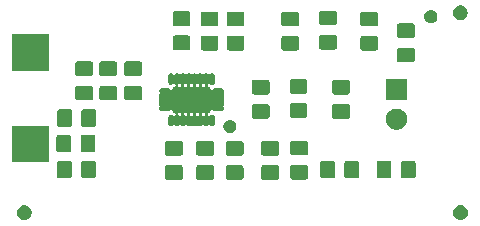
<source format=gbr>
G04 #@! TF.GenerationSoftware,KiCad,Pcbnew,(5.1.5-0-10_14)*
G04 #@! TF.CreationDate,2020-05-14T00:27:54+02:00*
G04 #@! TF.ProjectId,final,66696e61-6c2e-46b6-9963-61645f706362,rev?*
G04 #@! TF.SameCoordinates,Original*
G04 #@! TF.FileFunction,Soldermask,Top*
G04 #@! TF.FilePolarity,Negative*
%FSLAX46Y46*%
G04 Gerber Fmt 4.6, Leading zero omitted, Abs format (unit mm)*
G04 Created by KiCad (PCBNEW (5.1.5-0-10_14)) date 2020-05-14 00:27:54*
%MOMM*%
%LPD*%
G04 APERTURE LIST*
%ADD10C,0.100000*%
G04 APERTURE END LIST*
D10*
G36*
X58632321Y-30885047D02*
G01*
X58692889Y-30897095D01*
X58749943Y-30920728D01*
X58806997Y-30944360D01*
X58909687Y-31012975D01*
X58997025Y-31100313D01*
X59065640Y-31203003D01*
X59112905Y-31317112D01*
X59137000Y-31438245D01*
X59137000Y-31561755D01*
X59112905Y-31682888D01*
X59065640Y-31796997D01*
X58997025Y-31899687D01*
X58909687Y-31987025D01*
X58806997Y-32055640D01*
X58749942Y-32079273D01*
X58692889Y-32102905D01*
X58632321Y-32114953D01*
X58571755Y-32127000D01*
X58448245Y-32127000D01*
X58387679Y-32114953D01*
X58327111Y-32102905D01*
X58270058Y-32079273D01*
X58213003Y-32055640D01*
X58110313Y-31987025D01*
X58022975Y-31899687D01*
X57954360Y-31796997D01*
X57907095Y-31682888D01*
X57883000Y-31561755D01*
X57883000Y-31438245D01*
X57907095Y-31317112D01*
X57954360Y-31203003D01*
X58022975Y-31100313D01*
X58110313Y-31012975D01*
X58213003Y-30944360D01*
X58270057Y-30920728D01*
X58327111Y-30897095D01*
X58387679Y-30885047D01*
X58448245Y-30873000D01*
X58571755Y-30873000D01*
X58632321Y-30885047D01*
G37*
G36*
X21712321Y-30885047D02*
G01*
X21772889Y-30897095D01*
X21829943Y-30920728D01*
X21886997Y-30944360D01*
X21989687Y-31012975D01*
X22077025Y-31100313D01*
X22145640Y-31203003D01*
X22192905Y-31317112D01*
X22217000Y-31438245D01*
X22217000Y-31561755D01*
X22192905Y-31682888D01*
X22145640Y-31796997D01*
X22077025Y-31899687D01*
X21989687Y-31987025D01*
X21886997Y-32055640D01*
X21829942Y-32079273D01*
X21772889Y-32102905D01*
X21712321Y-32114953D01*
X21651755Y-32127000D01*
X21528245Y-32127000D01*
X21467679Y-32114953D01*
X21407111Y-32102905D01*
X21350058Y-32079273D01*
X21293003Y-32055640D01*
X21190313Y-31987025D01*
X21102975Y-31899687D01*
X21034360Y-31796997D01*
X20987095Y-31682888D01*
X20963000Y-31561755D01*
X20963000Y-31438245D01*
X20987095Y-31317112D01*
X21034360Y-31203003D01*
X21102975Y-31100313D01*
X21190313Y-31012975D01*
X21293003Y-30944360D01*
X21350057Y-30920728D01*
X21407111Y-30897095D01*
X21467679Y-30885047D01*
X21528245Y-30873000D01*
X21651755Y-30873000D01*
X21712321Y-30885047D01*
G37*
G36*
X42988674Y-27478465D02*
G01*
X43026367Y-27489899D01*
X43061103Y-27508466D01*
X43091548Y-27533452D01*
X43116534Y-27563897D01*
X43135101Y-27598633D01*
X43146535Y-27636326D01*
X43151000Y-27681661D01*
X43151000Y-28518339D01*
X43146535Y-28563674D01*
X43135101Y-28601367D01*
X43116534Y-28636103D01*
X43091548Y-28666548D01*
X43061103Y-28691534D01*
X43026367Y-28710101D01*
X42988674Y-28721535D01*
X42943339Y-28726000D01*
X41856661Y-28726000D01*
X41811326Y-28721535D01*
X41773633Y-28710101D01*
X41738897Y-28691534D01*
X41708452Y-28666548D01*
X41683466Y-28636103D01*
X41664899Y-28601367D01*
X41653465Y-28563674D01*
X41649000Y-28518339D01*
X41649000Y-27681661D01*
X41653465Y-27636326D01*
X41664899Y-27598633D01*
X41683466Y-27563897D01*
X41708452Y-27533452D01*
X41738897Y-27508466D01*
X41773633Y-27489899D01*
X41811326Y-27478465D01*
X41856661Y-27474000D01*
X42943339Y-27474000D01*
X42988674Y-27478465D01*
G37*
G36*
X39988674Y-27478465D02*
G01*
X40026367Y-27489899D01*
X40061103Y-27508466D01*
X40091548Y-27533452D01*
X40116534Y-27563897D01*
X40135101Y-27598633D01*
X40146535Y-27636326D01*
X40151000Y-27681661D01*
X40151000Y-28518339D01*
X40146535Y-28563674D01*
X40135101Y-28601367D01*
X40116534Y-28636103D01*
X40091548Y-28666548D01*
X40061103Y-28691534D01*
X40026367Y-28710101D01*
X39988674Y-28721535D01*
X39943339Y-28726000D01*
X38856661Y-28726000D01*
X38811326Y-28721535D01*
X38773633Y-28710101D01*
X38738897Y-28691534D01*
X38708452Y-28666548D01*
X38683466Y-28636103D01*
X38664899Y-28601367D01*
X38653465Y-28563674D01*
X38649000Y-28518339D01*
X38649000Y-27681661D01*
X38653465Y-27636326D01*
X38664899Y-27598633D01*
X38683466Y-27563897D01*
X38708452Y-27533452D01*
X38738897Y-27508466D01*
X38773633Y-27489899D01*
X38811326Y-27478465D01*
X38856661Y-27474000D01*
X39943339Y-27474000D01*
X39988674Y-27478465D01*
G37*
G36*
X37488674Y-27478465D02*
G01*
X37526367Y-27489899D01*
X37561103Y-27508466D01*
X37591548Y-27533452D01*
X37616534Y-27563897D01*
X37635101Y-27598633D01*
X37646535Y-27636326D01*
X37651000Y-27681661D01*
X37651000Y-28518339D01*
X37646535Y-28563674D01*
X37635101Y-28601367D01*
X37616534Y-28636103D01*
X37591548Y-28666548D01*
X37561103Y-28691534D01*
X37526367Y-28710101D01*
X37488674Y-28721535D01*
X37443339Y-28726000D01*
X36356661Y-28726000D01*
X36311326Y-28721535D01*
X36273633Y-28710101D01*
X36238897Y-28691534D01*
X36208452Y-28666548D01*
X36183466Y-28636103D01*
X36164899Y-28601367D01*
X36153465Y-28563674D01*
X36149000Y-28518339D01*
X36149000Y-27681661D01*
X36153465Y-27636326D01*
X36164899Y-27598633D01*
X36183466Y-27563897D01*
X36208452Y-27533452D01*
X36238897Y-27508466D01*
X36273633Y-27489899D01*
X36311326Y-27478465D01*
X36356661Y-27474000D01*
X37443339Y-27474000D01*
X37488674Y-27478465D01*
G37*
G36*
X34838674Y-27478465D02*
G01*
X34876367Y-27489899D01*
X34911103Y-27508466D01*
X34941548Y-27533452D01*
X34966534Y-27563897D01*
X34985101Y-27598633D01*
X34996535Y-27636326D01*
X35001000Y-27681661D01*
X35001000Y-28518339D01*
X34996535Y-28563674D01*
X34985101Y-28601367D01*
X34966534Y-28636103D01*
X34941548Y-28666548D01*
X34911103Y-28691534D01*
X34876367Y-28710101D01*
X34838674Y-28721535D01*
X34793339Y-28726000D01*
X33706661Y-28726000D01*
X33661326Y-28721535D01*
X33623633Y-28710101D01*
X33588897Y-28691534D01*
X33558452Y-28666548D01*
X33533466Y-28636103D01*
X33514899Y-28601367D01*
X33503465Y-28563674D01*
X33499000Y-28518339D01*
X33499000Y-27681661D01*
X33503465Y-27636326D01*
X33514899Y-27598633D01*
X33533466Y-27563897D01*
X33558452Y-27533452D01*
X33588897Y-27508466D01*
X33623633Y-27489899D01*
X33661326Y-27478465D01*
X33706661Y-27474000D01*
X34793339Y-27474000D01*
X34838674Y-27478465D01*
G37*
G36*
X45438674Y-27453465D02*
G01*
X45476367Y-27464899D01*
X45511103Y-27483466D01*
X45541548Y-27508452D01*
X45566534Y-27538897D01*
X45585101Y-27573633D01*
X45596535Y-27611326D01*
X45601000Y-27656661D01*
X45601000Y-28493339D01*
X45596535Y-28538674D01*
X45585101Y-28576367D01*
X45566534Y-28611103D01*
X45541548Y-28641548D01*
X45511103Y-28666534D01*
X45476367Y-28685101D01*
X45438674Y-28696535D01*
X45393339Y-28701000D01*
X44306661Y-28701000D01*
X44261326Y-28696535D01*
X44223633Y-28685101D01*
X44188897Y-28666534D01*
X44158452Y-28641548D01*
X44133466Y-28611103D01*
X44114899Y-28576367D01*
X44103465Y-28538674D01*
X44099000Y-28493339D01*
X44099000Y-27656661D01*
X44103465Y-27611326D01*
X44114899Y-27573633D01*
X44133466Y-27538897D01*
X44158452Y-27508452D01*
X44188897Y-27483466D01*
X44223633Y-27464899D01*
X44261326Y-27453465D01*
X44306661Y-27449000D01*
X45393339Y-27449000D01*
X45438674Y-27453465D01*
G37*
G36*
X54563674Y-27103465D02*
G01*
X54601367Y-27114899D01*
X54636103Y-27133466D01*
X54666548Y-27158452D01*
X54691534Y-27188897D01*
X54710101Y-27223633D01*
X54721535Y-27261326D01*
X54726000Y-27306661D01*
X54726000Y-28393339D01*
X54721535Y-28438674D01*
X54710101Y-28476367D01*
X54691534Y-28511103D01*
X54666548Y-28541548D01*
X54636103Y-28566534D01*
X54601367Y-28585101D01*
X54563674Y-28596535D01*
X54518339Y-28601000D01*
X53681661Y-28601000D01*
X53636326Y-28596535D01*
X53598633Y-28585101D01*
X53563897Y-28566534D01*
X53533452Y-28541548D01*
X53508466Y-28511103D01*
X53489899Y-28476367D01*
X53478465Y-28438674D01*
X53474000Y-28393339D01*
X53474000Y-27306661D01*
X53478465Y-27261326D01*
X53489899Y-27223633D01*
X53508466Y-27188897D01*
X53533452Y-27158452D01*
X53563897Y-27133466D01*
X53598633Y-27114899D01*
X53636326Y-27103465D01*
X53681661Y-27099000D01*
X54518339Y-27099000D01*
X54563674Y-27103465D01*
G37*
G36*
X52513674Y-27103465D02*
G01*
X52551367Y-27114899D01*
X52586103Y-27133466D01*
X52616548Y-27158452D01*
X52641534Y-27188897D01*
X52660101Y-27223633D01*
X52671535Y-27261326D01*
X52676000Y-27306661D01*
X52676000Y-28393339D01*
X52671535Y-28438674D01*
X52660101Y-28476367D01*
X52641534Y-28511103D01*
X52616548Y-28541548D01*
X52586103Y-28566534D01*
X52551367Y-28585101D01*
X52513674Y-28596535D01*
X52468339Y-28601000D01*
X51631661Y-28601000D01*
X51586326Y-28596535D01*
X51548633Y-28585101D01*
X51513897Y-28566534D01*
X51483452Y-28541548D01*
X51458466Y-28511103D01*
X51439899Y-28476367D01*
X51428465Y-28438674D01*
X51424000Y-28393339D01*
X51424000Y-27306661D01*
X51428465Y-27261326D01*
X51439899Y-27223633D01*
X51458466Y-27188897D01*
X51483452Y-27158452D01*
X51513897Y-27133466D01*
X51548633Y-27114899D01*
X51586326Y-27103465D01*
X51631661Y-27099000D01*
X52468339Y-27099000D01*
X52513674Y-27103465D01*
G37*
G36*
X49776174Y-27103465D02*
G01*
X49813867Y-27114899D01*
X49848603Y-27133466D01*
X49879048Y-27158452D01*
X49904034Y-27188897D01*
X49922601Y-27223633D01*
X49934035Y-27261326D01*
X49938500Y-27306661D01*
X49938500Y-28393339D01*
X49934035Y-28438674D01*
X49922601Y-28476367D01*
X49904034Y-28511103D01*
X49879048Y-28541548D01*
X49848603Y-28566534D01*
X49813867Y-28585101D01*
X49776174Y-28596535D01*
X49730839Y-28601000D01*
X48894161Y-28601000D01*
X48848826Y-28596535D01*
X48811133Y-28585101D01*
X48776397Y-28566534D01*
X48745952Y-28541548D01*
X48720966Y-28511103D01*
X48702399Y-28476367D01*
X48690965Y-28438674D01*
X48686500Y-28393339D01*
X48686500Y-27306661D01*
X48690965Y-27261326D01*
X48702399Y-27223633D01*
X48720966Y-27188897D01*
X48745952Y-27158452D01*
X48776397Y-27133466D01*
X48811133Y-27114899D01*
X48848826Y-27103465D01*
X48894161Y-27099000D01*
X49730839Y-27099000D01*
X49776174Y-27103465D01*
G37*
G36*
X47726174Y-27103465D02*
G01*
X47763867Y-27114899D01*
X47798603Y-27133466D01*
X47829048Y-27158452D01*
X47854034Y-27188897D01*
X47872601Y-27223633D01*
X47884035Y-27261326D01*
X47888500Y-27306661D01*
X47888500Y-28393339D01*
X47884035Y-28438674D01*
X47872601Y-28476367D01*
X47854034Y-28511103D01*
X47829048Y-28541548D01*
X47798603Y-28566534D01*
X47763867Y-28585101D01*
X47726174Y-28596535D01*
X47680839Y-28601000D01*
X46844161Y-28601000D01*
X46798826Y-28596535D01*
X46761133Y-28585101D01*
X46726397Y-28566534D01*
X46695952Y-28541548D01*
X46670966Y-28511103D01*
X46652399Y-28476367D01*
X46640965Y-28438674D01*
X46636500Y-28393339D01*
X46636500Y-27306661D01*
X46640965Y-27261326D01*
X46652399Y-27223633D01*
X46670966Y-27188897D01*
X46695952Y-27158452D01*
X46726397Y-27133466D01*
X46761133Y-27114899D01*
X46798826Y-27103465D01*
X46844161Y-27099000D01*
X47680839Y-27099000D01*
X47726174Y-27103465D01*
G37*
G36*
X27488674Y-27103465D02*
G01*
X27526367Y-27114899D01*
X27561103Y-27133466D01*
X27591548Y-27158452D01*
X27616534Y-27188897D01*
X27635101Y-27223633D01*
X27646535Y-27261326D01*
X27651000Y-27306661D01*
X27651000Y-28393339D01*
X27646535Y-28438674D01*
X27635101Y-28476367D01*
X27616534Y-28511103D01*
X27591548Y-28541548D01*
X27561103Y-28566534D01*
X27526367Y-28585101D01*
X27488674Y-28596535D01*
X27443339Y-28601000D01*
X26606661Y-28601000D01*
X26561326Y-28596535D01*
X26523633Y-28585101D01*
X26488897Y-28566534D01*
X26458452Y-28541548D01*
X26433466Y-28511103D01*
X26414899Y-28476367D01*
X26403465Y-28438674D01*
X26399000Y-28393339D01*
X26399000Y-27306661D01*
X26403465Y-27261326D01*
X26414899Y-27223633D01*
X26433466Y-27188897D01*
X26458452Y-27158452D01*
X26488897Y-27133466D01*
X26523633Y-27114899D01*
X26561326Y-27103465D01*
X26606661Y-27099000D01*
X27443339Y-27099000D01*
X27488674Y-27103465D01*
G37*
G36*
X25438674Y-27103465D02*
G01*
X25476367Y-27114899D01*
X25511103Y-27133466D01*
X25541548Y-27158452D01*
X25566534Y-27188897D01*
X25585101Y-27223633D01*
X25596535Y-27261326D01*
X25601000Y-27306661D01*
X25601000Y-28393339D01*
X25596535Y-28438674D01*
X25585101Y-28476367D01*
X25566534Y-28511103D01*
X25541548Y-28541548D01*
X25511103Y-28566534D01*
X25476367Y-28585101D01*
X25438674Y-28596535D01*
X25393339Y-28601000D01*
X24556661Y-28601000D01*
X24511326Y-28596535D01*
X24473633Y-28585101D01*
X24438897Y-28566534D01*
X24408452Y-28541548D01*
X24383466Y-28511103D01*
X24364899Y-28476367D01*
X24353465Y-28438674D01*
X24349000Y-28393339D01*
X24349000Y-27306661D01*
X24353465Y-27261326D01*
X24364899Y-27223633D01*
X24383466Y-27188897D01*
X24408452Y-27158452D01*
X24438897Y-27133466D01*
X24473633Y-27114899D01*
X24511326Y-27103465D01*
X24556661Y-27099000D01*
X25393339Y-27099000D01*
X25438674Y-27103465D01*
G37*
G36*
X23651000Y-27251000D02*
G01*
X20549000Y-27251000D01*
X20549000Y-24149000D01*
X23651000Y-24149000D01*
X23651000Y-27251000D01*
G37*
G36*
X34838674Y-25428465D02*
G01*
X34876367Y-25439899D01*
X34911103Y-25458466D01*
X34941548Y-25483452D01*
X34966534Y-25513897D01*
X34985101Y-25548633D01*
X34996535Y-25586326D01*
X35001000Y-25631661D01*
X35001000Y-26468339D01*
X34996535Y-26513674D01*
X34985101Y-26551367D01*
X34966534Y-26586103D01*
X34941548Y-26616548D01*
X34911103Y-26641534D01*
X34876367Y-26660101D01*
X34838674Y-26671535D01*
X34793339Y-26676000D01*
X33706661Y-26676000D01*
X33661326Y-26671535D01*
X33623633Y-26660101D01*
X33588897Y-26641534D01*
X33558452Y-26616548D01*
X33533466Y-26586103D01*
X33514899Y-26551367D01*
X33503465Y-26513674D01*
X33499000Y-26468339D01*
X33499000Y-25631661D01*
X33503465Y-25586326D01*
X33514899Y-25548633D01*
X33533466Y-25513897D01*
X33558452Y-25483452D01*
X33588897Y-25458466D01*
X33623633Y-25439899D01*
X33661326Y-25428465D01*
X33706661Y-25424000D01*
X34793339Y-25424000D01*
X34838674Y-25428465D01*
G37*
G36*
X37488674Y-25428465D02*
G01*
X37526367Y-25439899D01*
X37561103Y-25458466D01*
X37591548Y-25483452D01*
X37616534Y-25513897D01*
X37635101Y-25548633D01*
X37646535Y-25586326D01*
X37651000Y-25631661D01*
X37651000Y-26468339D01*
X37646535Y-26513674D01*
X37635101Y-26551367D01*
X37616534Y-26586103D01*
X37591548Y-26616548D01*
X37561103Y-26641534D01*
X37526367Y-26660101D01*
X37488674Y-26671535D01*
X37443339Y-26676000D01*
X36356661Y-26676000D01*
X36311326Y-26671535D01*
X36273633Y-26660101D01*
X36238897Y-26641534D01*
X36208452Y-26616548D01*
X36183466Y-26586103D01*
X36164899Y-26551367D01*
X36153465Y-26513674D01*
X36149000Y-26468339D01*
X36149000Y-25631661D01*
X36153465Y-25586326D01*
X36164899Y-25548633D01*
X36183466Y-25513897D01*
X36208452Y-25483452D01*
X36238897Y-25458466D01*
X36273633Y-25439899D01*
X36311326Y-25428465D01*
X36356661Y-25424000D01*
X37443339Y-25424000D01*
X37488674Y-25428465D01*
G37*
G36*
X42988674Y-25428465D02*
G01*
X43026367Y-25439899D01*
X43061103Y-25458466D01*
X43091548Y-25483452D01*
X43116534Y-25513897D01*
X43135101Y-25548633D01*
X43146535Y-25586326D01*
X43151000Y-25631661D01*
X43151000Y-26468339D01*
X43146535Y-26513674D01*
X43135101Y-26551367D01*
X43116534Y-26586103D01*
X43091548Y-26616548D01*
X43061103Y-26641534D01*
X43026367Y-26660101D01*
X42988674Y-26671535D01*
X42943339Y-26676000D01*
X41856661Y-26676000D01*
X41811326Y-26671535D01*
X41773633Y-26660101D01*
X41738897Y-26641534D01*
X41708452Y-26616548D01*
X41683466Y-26586103D01*
X41664899Y-26551367D01*
X41653465Y-26513674D01*
X41649000Y-26468339D01*
X41649000Y-25631661D01*
X41653465Y-25586326D01*
X41664899Y-25548633D01*
X41683466Y-25513897D01*
X41708452Y-25483452D01*
X41738897Y-25458466D01*
X41773633Y-25439899D01*
X41811326Y-25428465D01*
X41856661Y-25424000D01*
X42943339Y-25424000D01*
X42988674Y-25428465D01*
G37*
G36*
X39988674Y-25428465D02*
G01*
X40026367Y-25439899D01*
X40061103Y-25458466D01*
X40091548Y-25483452D01*
X40116534Y-25513897D01*
X40135101Y-25548633D01*
X40146535Y-25586326D01*
X40151000Y-25631661D01*
X40151000Y-26468339D01*
X40146535Y-26513674D01*
X40135101Y-26551367D01*
X40116534Y-26586103D01*
X40091548Y-26616548D01*
X40061103Y-26641534D01*
X40026367Y-26660101D01*
X39988674Y-26671535D01*
X39943339Y-26676000D01*
X38856661Y-26676000D01*
X38811326Y-26671535D01*
X38773633Y-26660101D01*
X38738897Y-26641534D01*
X38708452Y-26616548D01*
X38683466Y-26586103D01*
X38664899Y-26551367D01*
X38653465Y-26513674D01*
X38649000Y-26468339D01*
X38649000Y-25631661D01*
X38653465Y-25586326D01*
X38664899Y-25548633D01*
X38683466Y-25513897D01*
X38708452Y-25483452D01*
X38738897Y-25458466D01*
X38773633Y-25439899D01*
X38811326Y-25428465D01*
X38856661Y-25424000D01*
X39943339Y-25424000D01*
X39988674Y-25428465D01*
G37*
G36*
X45438674Y-25403465D02*
G01*
X45476367Y-25414899D01*
X45511103Y-25433466D01*
X45541548Y-25458452D01*
X45566534Y-25488897D01*
X45585101Y-25523633D01*
X45596535Y-25561326D01*
X45601000Y-25606661D01*
X45601000Y-26443339D01*
X45596535Y-26488674D01*
X45585101Y-26526367D01*
X45566534Y-26561103D01*
X45541548Y-26591548D01*
X45511103Y-26616534D01*
X45476367Y-26635101D01*
X45438674Y-26646535D01*
X45393339Y-26651000D01*
X44306661Y-26651000D01*
X44261326Y-26646535D01*
X44223633Y-26635101D01*
X44188897Y-26616534D01*
X44158452Y-26591548D01*
X44133466Y-26561103D01*
X44114899Y-26526367D01*
X44103465Y-26488674D01*
X44099000Y-26443339D01*
X44099000Y-25606661D01*
X44103465Y-25561326D01*
X44114899Y-25523633D01*
X44133466Y-25488897D01*
X44158452Y-25458452D01*
X44188897Y-25433466D01*
X44223633Y-25414899D01*
X44261326Y-25403465D01*
X44306661Y-25399000D01*
X45393339Y-25399000D01*
X45438674Y-25403465D01*
G37*
G36*
X25388674Y-24903465D02*
G01*
X25426367Y-24914899D01*
X25461103Y-24933466D01*
X25491548Y-24958452D01*
X25516534Y-24988897D01*
X25535101Y-25023633D01*
X25546535Y-25061326D01*
X25551000Y-25106661D01*
X25551000Y-26193339D01*
X25546535Y-26238674D01*
X25535101Y-26276367D01*
X25516534Y-26311103D01*
X25491548Y-26341548D01*
X25461103Y-26366534D01*
X25426367Y-26385101D01*
X25388674Y-26396535D01*
X25343339Y-26401000D01*
X24506661Y-26401000D01*
X24461326Y-26396535D01*
X24423633Y-26385101D01*
X24388897Y-26366534D01*
X24358452Y-26341548D01*
X24333466Y-26311103D01*
X24314899Y-26276367D01*
X24303465Y-26238674D01*
X24299000Y-26193339D01*
X24299000Y-25106661D01*
X24303465Y-25061326D01*
X24314899Y-25023633D01*
X24333466Y-24988897D01*
X24358452Y-24958452D01*
X24388897Y-24933466D01*
X24423633Y-24914899D01*
X24461326Y-24903465D01*
X24506661Y-24899000D01*
X25343339Y-24899000D01*
X25388674Y-24903465D01*
G37*
G36*
X27438674Y-24903465D02*
G01*
X27476367Y-24914899D01*
X27511103Y-24933466D01*
X27541548Y-24958452D01*
X27566534Y-24988897D01*
X27585101Y-25023633D01*
X27596535Y-25061326D01*
X27601000Y-25106661D01*
X27601000Y-26193339D01*
X27596535Y-26238674D01*
X27585101Y-26276367D01*
X27566534Y-26311103D01*
X27541548Y-26341548D01*
X27511103Y-26366534D01*
X27476367Y-26385101D01*
X27438674Y-26396535D01*
X27393339Y-26401000D01*
X26556661Y-26401000D01*
X26511326Y-26396535D01*
X26473633Y-26385101D01*
X26438897Y-26366534D01*
X26408452Y-26341548D01*
X26383466Y-26311103D01*
X26364899Y-26276367D01*
X26353465Y-26238674D01*
X26349000Y-26193339D01*
X26349000Y-25106661D01*
X26353465Y-25061326D01*
X26364899Y-25023633D01*
X26383466Y-24988897D01*
X26408452Y-24958452D01*
X26438897Y-24933466D01*
X26473633Y-24914899D01*
X26511326Y-24903465D01*
X26556661Y-24899000D01*
X27393339Y-24899000D01*
X27438674Y-24903465D01*
G37*
G36*
X39160721Y-23670174D02*
G01*
X39260995Y-23711709D01*
X39260996Y-23711710D01*
X39351242Y-23772010D01*
X39427990Y-23848758D01*
X39458345Y-23894188D01*
X39488291Y-23939005D01*
X39529826Y-24039279D01*
X39551000Y-24145730D01*
X39551000Y-24254270D01*
X39529826Y-24360721D01*
X39488291Y-24460995D01*
X39488290Y-24460996D01*
X39427990Y-24551242D01*
X39351242Y-24627990D01*
X39305812Y-24658345D01*
X39260995Y-24688291D01*
X39160721Y-24729826D01*
X39054270Y-24751000D01*
X38945730Y-24751000D01*
X38839279Y-24729826D01*
X38739005Y-24688291D01*
X38694188Y-24658345D01*
X38648758Y-24627990D01*
X38572010Y-24551242D01*
X38511710Y-24460996D01*
X38511709Y-24460995D01*
X38470174Y-24360721D01*
X38449000Y-24254270D01*
X38449000Y-24145730D01*
X38470174Y-24039279D01*
X38511709Y-23939005D01*
X38541655Y-23894188D01*
X38572010Y-23848758D01*
X38648758Y-23772010D01*
X38739004Y-23711710D01*
X38739005Y-23711709D01*
X38839279Y-23670174D01*
X38945730Y-23649000D01*
X39054270Y-23649000D01*
X39160721Y-23670174D01*
G37*
G36*
X53213512Y-22693927D02*
G01*
X53362812Y-22723624D01*
X53526784Y-22791544D01*
X53674354Y-22890147D01*
X53799853Y-23015646D01*
X53898456Y-23163216D01*
X53966376Y-23327188D01*
X53995037Y-23471282D01*
X53999069Y-23491548D01*
X54001000Y-23501259D01*
X54001000Y-23678741D01*
X53966376Y-23852812D01*
X53898456Y-24016784D01*
X53799853Y-24164354D01*
X53674354Y-24289853D01*
X53526784Y-24388456D01*
X53362812Y-24456376D01*
X53213512Y-24486073D01*
X53188742Y-24491000D01*
X53011258Y-24491000D01*
X52986488Y-24486073D01*
X52837188Y-24456376D01*
X52673216Y-24388456D01*
X52525646Y-24289853D01*
X52400147Y-24164354D01*
X52301544Y-24016784D01*
X52233624Y-23852812D01*
X52199000Y-23678741D01*
X52199000Y-23501259D01*
X52200932Y-23491548D01*
X52204963Y-23471282D01*
X52233624Y-23327188D01*
X52301544Y-23163216D01*
X52400147Y-23015646D01*
X52525646Y-22890147D01*
X52673216Y-22791544D01*
X52837188Y-22723624D01*
X52986488Y-22693927D01*
X53011258Y-22689000D01*
X53188742Y-22689000D01*
X53213512Y-22693927D01*
G37*
G36*
X25463674Y-22753465D02*
G01*
X25501367Y-22764899D01*
X25536103Y-22783466D01*
X25566548Y-22808452D01*
X25591534Y-22838897D01*
X25610101Y-22873633D01*
X25621535Y-22911326D01*
X25626000Y-22956661D01*
X25626000Y-24043339D01*
X25621535Y-24088674D01*
X25610101Y-24126367D01*
X25591534Y-24161103D01*
X25566548Y-24191548D01*
X25536103Y-24216534D01*
X25501367Y-24235101D01*
X25463674Y-24246535D01*
X25418339Y-24251000D01*
X24581661Y-24251000D01*
X24536326Y-24246535D01*
X24498633Y-24235101D01*
X24463897Y-24216534D01*
X24433452Y-24191548D01*
X24408466Y-24161103D01*
X24389899Y-24126367D01*
X24378465Y-24088674D01*
X24374000Y-24043339D01*
X24374000Y-22956661D01*
X24378465Y-22911326D01*
X24389899Y-22873633D01*
X24408466Y-22838897D01*
X24433452Y-22808452D01*
X24463897Y-22783466D01*
X24498633Y-22764899D01*
X24536326Y-22753465D01*
X24581661Y-22749000D01*
X25418339Y-22749000D01*
X25463674Y-22753465D01*
G37*
G36*
X27513674Y-22753465D02*
G01*
X27551367Y-22764899D01*
X27586103Y-22783466D01*
X27616548Y-22808452D01*
X27641534Y-22838897D01*
X27660101Y-22873633D01*
X27671535Y-22911326D01*
X27676000Y-22956661D01*
X27676000Y-24043339D01*
X27671535Y-24088674D01*
X27660101Y-24126367D01*
X27641534Y-24161103D01*
X27616548Y-24191548D01*
X27586103Y-24216534D01*
X27551367Y-24235101D01*
X27513674Y-24246535D01*
X27468339Y-24251000D01*
X26631661Y-24251000D01*
X26586326Y-24246535D01*
X26548633Y-24235101D01*
X26513897Y-24216534D01*
X26483452Y-24191548D01*
X26458466Y-24161103D01*
X26439899Y-24126367D01*
X26428465Y-24088674D01*
X26424000Y-24043339D01*
X26424000Y-22956661D01*
X26428465Y-22911326D01*
X26439899Y-22873633D01*
X26458466Y-22838897D01*
X26483452Y-22808452D01*
X26513897Y-22783466D01*
X26548633Y-22764899D01*
X26586326Y-22753465D01*
X26631661Y-22749000D01*
X27468339Y-22749000D01*
X27513674Y-22753465D01*
G37*
G36*
X37537477Y-19707675D02*
G01*
X37541168Y-19708039D01*
X37580749Y-19720046D01*
X37580752Y-19720047D01*
X37617234Y-19739547D01*
X37649211Y-19765789D01*
X37675453Y-19797766D01*
X37694953Y-19834248D01*
X37694954Y-19834251D01*
X37703100Y-19861103D01*
X37706961Y-19873833D01*
X37710000Y-19904685D01*
X37710000Y-20495315D01*
X37706961Y-20526167D01*
X37694953Y-20565752D01*
X37675453Y-20602234D01*
X37649211Y-20634211D01*
X37617233Y-20660453D01*
X37580751Y-20679953D01*
X37580748Y-20679954D01*
X37541167Y-20691961D01*
X37537112Y-20692360D01*
X37500000Y-20696016D01*
X37482244Y-20694267D01*
X37457748Y-20694267D01*
X37433714Y-20699047D01*
X37411075Y-20708424D01*
X37394442Y-20719538D01*
X37393071Y-20705615D01*
X37385958Y-20682166D01*
X37374407Y-20660555D01*
X37353281Y-20637247D01*
X37350791Y-20634213D01*
X37350789Y-20634211D01*
X37346621Y-20629132D01*
X37329301Y-20611810D01*
X37308926Y-20598196D01*
X37286288Y-20588818D01*
X37262255Y-20584037D01*
X37237751Y-20584037D01*
X37213717Y-20588817D01*
X37191078Y-20598193D01*
X37170704Y-20611807D01*
X37153384Y-20629126D01*
X37149211Y-20634211D01*
X37149205Y-20634216D01*
X37148372Y-20635231D01*
X37132900Y-20650703D01*
X37119287Y-20671077D01*
X37109909Y-20693716D01*
X37105129Y-20717749D01*
X37105129Y-20742253D01*
X37109910Y-20766287D01*
X37119287Y-20788926D01*
X37132901Y-20809300D01*
X37150228Y-20826627D01*
X37170602Y-20840240D01*
X37193241Y-20849618D01*
X37229526Y-20855000D01*
X37270474Y-20855000D01*
X37294860Y-20852598D01*
X37318309Y-20845485D01*
X37339920Y-20833934D01*
X37345000Y-20829765D01*
X37345000Y-20970473D01*
X37347402Y-20994859D01*
X37354515Y-21018308D01*
X37366066Y-21039919D01*
X37381611Y-21058861D01*
X37400553Y-21074406D01*
X37422164Y-21085957D01*
X37445613Y-21093070D01*
X37469999Y-21095472D01*
X37494385Y-21093070D01*
X37517834Y-21085957D01*
X37539445Y-21074406D01*
X37562741Y-21053292D01*
X37565785Y-21050794D01*
X37565789Y-21050789D01*
X37597766Y-21024547D01*
X37634248Y-21005047D01*
X37634251Y-21005046D01*
X37673832Y-20993039D01*
X37677689Y-20992659D01*
X37704685Y-20990000D01*
X38295315Y-20990000D01*
X38322311Y-20992659D01*
X38326168Y-20993039D01*
X38365749Y-21005046D01*
X38365752Y-21005047D01*
X38402234Y-21024547D01*
X38434211Y-21050789D01*
X38460453Y-21082766D01*
X38479953Y-21119248D01*
X38479954Y-21119251D01*
X38490443Y-21153827D01*
X38491961Y-21158833D01*
X38496016Y-21200000D01*
X38491961Y-21241167D01*
X38479953Y-21280752D01*
X38466412Y-21306085D01*
X38457039Y-21328715D01*
X38452258Y-21352748D01*
X38452258Y-21377252D01*
X38457038Y-21401285D01*
X38466415Y-21423924D01*
X38470000Y-21429289D01*
X38470000Y-22470646D01*
X38461171Y-22487164D01*
X38454058Y-22510613D01*
X38451656Y-22534999D01*
X38454058Y-22559385D01*
X38461171Y-22582834D01*
X38466408Y-22593907D01*
X38479953Y-22619248D01*
X38491961Y-22658833D01*
X38496016Y-22700000D01*
X38493689Y-22723624D01*
X38491961Y-22741168D01*
X38484762Y-22764899D01*
X38479953Y-22780752D01*
X38460453Y-22817234D01*
X38434211Y-22849211D01*
X38402234Y-22875453D01*
X38365752Y-22894953D01*
X38365749Y-22894954D01*
X38326168Y-22906961D01*
X38322311Y-22907341D01*
X38295315Y-22910000D01*
X37704685Y-22910000D01*
X37677690Y-22907341D01*
X37673832Y-22906961D01*
X37634251Y-22894954D01*
X37634248Y-22894953D01*
X37597766Y-22875453D01*
X37565789Y-22849211D01*
X37565786Y-22849208D01*
X37564768Y-22848372D01*
X37549297Y-22832901D01*
X37528923Y-22819288D01*
X37506284Y-22809910D01*
X37482251Y-22805130D01*
X37457747Y-22805130D01*
X37433713Y-22809911D01*
X37411074Y-22819288D01*
X37390700Y-22832902D01*
X37373373Y-22850229D01*
X37359760Y-22870603D01*
X37350382Y-22893242D01*
X37345000Y-22929527D01*
X37345000Y-23070184D01*
X37329396Y-23059759D01*
X37306757Y-23050382D01*
X37270474Y-23045000D01*
X37229526Y-23045000D01*
X37205140Y-23047402D01*
X37181691Y-23054515D01*
X37160080Y-23066066D01*
X37141138Y-23081611D01*
X37125593Y-23100553D01*
X37114042Y-23122164D01*
X37106929Y-23145613D01*
X37104527Y-23169999D01*
X37106929Y-23194385D01*
X37114042Y-23217834D01*
X37125593Y-23239445D01*
X37146708Y-23262741D01*
X37149206Y-23265785D01*
X37149211Y-23265789D01*
X37153384Y-23270874D01*
X37170700Y-23288190D01*
X37191074Y-23301804D01*
X37213713Y-23311182D01*
X37237746Y-23315963D01*
X37262250Y-23315963D01*
X37286284Y-23311183D01*
X37308923Y-23301806D01*
X37329297Y-23288193D01*
X37346621Y-23270868D01*
X37350789Y-23265789D01*
X37350792Y-23265786D01*
X37351623Y-23264774D01*
X37367101Y-23249296D01*
X37380714Y-23228921D01*
X37390091Y-23206282D01*
X37394871Y-23182249D01*
X37394871Y-23180606D01*
X37400553Y-23185269D01*
X37422164Y-23196820D01*
X37445613Y-23203933D01*
X37469999Y-23206335D01*
X37482236Y-23205734D01*
X37500000Y-23203984D01*
X37537112Y-23207640D01*
X37541167Y-23208039D01*
X37573456Y-23217834D01*
X37580751Y-23220047D01*
X37617233Y-23239547D01*
X37649211Y-23265789D01*
X37675453Y-23297766D01*
X37694953Y-23334248D01*
X37706961Y-23373833D01*
X37710000Y-23404685D01*
X37710000Y-23995315D01*
X37707885Y-24016782D01*
X37706961Y-24026168D01*
X37702984Y-24039279D01*
X37694953Y-24065752D01*
X37675453Y-24102234D01*
X37649211Y-24134211D01*
X37617234Y-24160453D01*
X37580752Y-24179953D01*
X37580749Y-24179954D01*
X37541168Y-24191961D01*
X37537477Y-24192325D01*
X37500000Y-24196016D01*
X37462524Y-24192325D01*
X37458833Y-24191961D01*
X37419252Y-24179954D01*
X37419249Y-24179953D01*
X37382767Y-24160453D01*
X37350790Y-24134211D01*
X37346621Y-24129131D01*
X37329305Y-24111813D01*
X37308931Y-24098198D01*
X37286293Y-24088819D01*
X37262260Y-24084038D01*
X37237756Y-24084036D01*
X37213722Y-24088815D01*
X37191083Y-24098191D01*
X37170708Y-24111804D01*
X37153380Y-24129131D01*
X37149211Y-24134211D01*
X37117234Y-24160453D01*
X37080752Y-24179953D01*
X37080749Y-24179954D01*
X37041168Y-24191961D01*
X37037477Y-24192325D01*
X37000000Y-24196016D01*
X36962524Y-24192325D01*
X36958833Y-24191961D01*
X36919252Y-24179954D01*
X36919249Y-24179953D01*
X36882767Y-24160453D01*
X36850790Y-24134211D01*
X36846621Y-24129131D01*
X36829305Y-24111813D01*
X36808931Y-24098198D01*
X36786293Y-24088819D01*
X36762260Y-24084038D01*
X36737756Y-24084036D01*
X36713722Y-24088815D01*
X36691083Y-24098191D01*
X36670708Y-24111804D01*
X36653380Y-24129131D01*
X36649211Y-24134211D01*
X36617234Y-24160453D01*
X36580752Y-24179953D01*
X36580749Y-24179954D01*
X36541168Y-24191961D01*
X36537477Y-24192325D01*
X36500000Y-24196016D01*
X36462524Y-24192325D01*
X36458833Y-24191961D01*
X36419252Y-24179954D01*
X36419249Y-24179953D01*
X36382767Y-24160453D01*
X36350790Y-24134211D01*
X36346621Y-24129131D01*
X36329305Y-24111813D01*
X36308931Y-24098198D01*
X36286293Y-24088819D01*
X36262260Y-24084038D01*
X36237756Y-24084036D01*
X36213722Y-24088815D01*
X36191083Y-24098191D01*
X36170708Y-24111804D01*
X36153380Y-24129131D01*
X36149211Y-24134211D01*
X36117234Y-24160453D01*
X36080752Y-24179953D01*
X36080749Y-24179954D01*
X36041168Y-24191961D01*
X36037477Y-24192325D01*
X36000000Y-24196016D01*
X35962524Y-24192325D01*
X35958833Y-24191961D01*
X35919252Y-24179954D01*
X35919249Y-24179953D01*
X35882767Y-24160453D01*
X35850790Y-24134211D01*
X35846621Y-24129131D01*
X35829305Y-24111813D01*
X35808931Y-24098198D01*
X35786293Y-24088819D01*
X35762260Y-24084038D01*
X35737756Y-24084036D01*
X35713722Y-24088815D01*
X35691083Y-24098191D01*
X35670708Y-24111804D01*
X35653380Y-24129131D01*
X35649211Y-24134211D01*
X35617234Y-24160453D01*
X35580752Y-24179953D01*
X35580749Y-24179954D01*
X35541168Y-24191961D01*
X35537477Y-24192325D01*
X35500000Y-24196016D01*
X35462524Y-24192325D01*
X35458833Y-24191961D01*
X35419252Y-24179954D01*
X35419249Y-24179953D01*
X35382767Y-24160453D01*
X35350790Y-24134211D01*
X35346621Y-24129131D01*
X35329305Y-24111813D01*
X35308931Y-24098198D01*
X35286293Y-24088819D01*
X35262260Y-24084038D01*
X35237756Y-24084036D01*
X35213722Y-24088815D01*
X35191083Y-24098191D01*
X35170708Y-24111804D01*
X35153380Y-24129131D01*
X35149211Y-24134211D01*
X35117234Y-24160453D01*
X35080752Y-24179953D01*
X35080749Y-24179954D01*
X35041168Y-24191961D01*
X35037477Y-24192325D01*
X35000000Y-24196016D01*
X34962524Y-24192325D01*
X34958833Y-24191961D01*
X34919252Y-24179954D01*
X34919249Y-24179953D01*
X34882767Y-24160453D01*
X34850790Y-24134211D01*
X34846621Y-24129131D01*
X34829305Y-24111813D01*
X34808931Y-24098198D01*
X34786293Y-24088819D01*
X34762260Y-24084038D01*
X34737756Y-24084036D01*
X34713722Y-24088815D01*
X34691083Y-24098191D01*
X34670708Y-24111804D01*
X34653380Y-24129131D01*
X34649211Y-24134211D01*
X34617234Y-24160453D01*
X34580752Y-24179953D01*
X34580749Y-24179954D01*
X34541168Y-24191961D01*
X34537477Y-24192325D01*
X34500000Y-24196016D01*
X34462524Y-24192325D01*
X34458833Y-24191961D01*
X34419252Y-24179954D01*
X34419249Y-24179953D01*
X34382767Y-24160453D01*
X34350790Y-24134211D01*
X34346621Y-24129131D01*
X34329305Y-24111813D01*
X34308931Y-24098198D01*
X34286293Y-24088819D01*
X34262260Y-24084038D01*
X34237756Y-24084036D01*
X34213722Y-24088815D01*
X34191083Y-24098191D01*
X34170708Y-24111804D01*
X34153380Y-24129131D01*
X34149211Y-24134211D01*
X34117234Y-24160453D01*
X34080752Y-24179953D01*
X34080749Y-24179954D01*
X34041168Y-24191961D01*
X34037477Y-24192325D01*
X34000000Y-24196016D01*
X33962524Y-24192325D01*
X33958833Y-24191961D01*
X33919252Y-24179954D01*
X33919249Y-24179953D01*
X33882767Y-24160453D01*
X33850790Y-24134211D01*
X33824548Y-24102234D01*
X33805048Y-24065752D01*
X33797017Y-24039279D01*
X33793040Y-24026168D01*
X33792116Y-24016782D01*
X33790001Y-23995315D01*
X33790000Y-23404686D01*
X33793039Y-23373834D01*
X33793040Y-23373832D01*
X33805046Y-23334252D01*
X33805047Y-23334249D01*
X33824547Y-23297767D01*
X33850789Y-23265789D01*
X33882766Y-23239547D01*
X33919248Y-23220047D01*
X33926543Y-23217834D01*
X33958832Y-23208039D01*
X33962887Y-23207640D01*
X34000000Y-23203984D01*
X34017756Y-23205733D01*
X34042252Y-23205733D01*
X34066286Y-23200953D01*
X34088925Y-23191576D01*
X34105558Y-23180462D01*
X34106929Y-23194385D01*
X34114042Y-23217834D01*
X34125593Y-23239445D01*
X34146708Y-23262741D01*
X34149206Y-23265785D01*
X34149211Y-23265789D01*
X34153384Y-23270874D01*
X34170700Y-23288190D01*
X34191074Y-23301804D01*
X34213713Y-23311182D01*
X34237746Y-23315963D01*
X34262250Y-23315963D01*
X34286284Y-23311183D01*
X34308923Y-23301806D01*
X34329297Y-23288193D01*
X34346621Y-23270868D01*
X34350789Y-23265789D01*
X34350792Y-23265786D01*
X34351623Y-23264774D01*
X34367101Y-23249296D01*
X34380714Y-23228921D01*
X34390091Y-23206282D01*
X34394871Y-23182249D01*
X34394871Y-23169999D01*
X34604527Y-23169999D01*
X34606929Y-23194385D01*
X34614042Y-23217834D01*
X34625593Y-23239445D01*
X34646708Y-23262741D01*
X34649206Y-23265785D01*
X34649211Y-23265789D01*
X34653384Y-23270874D01*
X34670700Y-23288190D01*
X34691074Y-23301804D01*
X34713713Y-23311182D01*
X34737746Y-23315963D01*
X34762250Y-23315963D01*
X34786284Y-23311183D01*
X34808923Y-23301806D01*
X34829297Y-23288193D01*
X34846621Y-23270868D01*
X34850789Y-23265789D01*
X34850792Y-23265786D01*
X34851623Y-23264774D01*
X34867101Y-23249296D01*
X34880714Y-23228921D01*
X34890091Y-23206282D01*
X34894871Y-23182249D01*
X34894871Y-23169999D01*
X35104527Y-23169999D01*
X35106929Y-23194385D01*
X35114042Y-23217834D01*
X35125593Y-23239445D01*
X35146708Y-23262741D01*
X35149206Y-23265785D01*
X35149211Y-23265789D01*
X35153384Y-23270874D01*
X35170700Y-23288190D01*
X35191074Y-23301804D01*
X35213713Y-23311182D01*
X35237746Y-23315963D01*
X35262250Y-23315963D01*
X35286284Y-23311183D01*
X35308923Y-23301806D01*
X35329297Y-23288193D01*
X35346621Y-23270868D01*
X35350789Y-23265789D01*
X35350792Y-23265786D01*
X35351623Y-23264774D01*
X35367101Y-23249296D01*
X35380714Y-23228921D01*
X35390091Y-23206282D01*
X35394871Y-23182249D01*
X35394871Y-23169999D01*
X35604527Y-23169999D01*
X35606929Y-23194385D01*
X35614042Y-23217834D01*
X35625593Y-23239445D01*
X35646708Y-23262741D01*
X35649206Y-23265785D01*
X35649211Y-23265789D01*
X35653384Y-23270874D01*
X35670700Y-23288190D01*
X35691074Y-23301804D01*
X35713713Y-23311182D01*
X35737746Y-23315963D01*
X35762250Y-23315963D01*
X35786284Y-23311183D01*
X35808923Y-23301806D01*
X35829297Y-23288193D01*
X35846621Y-23270868D01*
X35850789Y-23265789D01*
X35850792Y-23265786D01*
X35851623Y-23264774D01*
X35867101Y-23249296D01*
X35880714Y-23228921D01*
X35890091Y-23206282D01*
X35894871Y-23182249D01*
X35894871Y-23169999D01*
X36104527Y-23169999D01*
X36106929Y-23194385D01*
X36114042Y-23217834D01*
X36125593Y-23239445D01*
X36146708Y-23262741D01*
X36149206Y-23265785D01*
X36149211Y-23265789D01*
X36153384Y-23270874D01*
X36170700Y-23288190D01*
X36191074Y-23301804D01*
X36213713Y-23311182D01*
X36237746Y-23315963D01*
X36262250Y-23315963D01*
X36286284Y-23311183D01*
X36308923Y-23301806D01*
X36329297Y-23288193D01*
X36346621Y-23270868D01*
X36350789Y-23265789D01*
X36350792Y-23265786D01*
X36351623Y-23264774D01*
X36367101Y-23249296D01*
X36380714Y-23228921D01*
X36390091Y-23206282D01*
X36394871Y-23182249D01*
X36394871Y-23169999D01*
X36604527Y-23169999D01*
X36606929Y-23194385D01*
X36614042Y-23217834D01*
X36625593Y-23239445D01*
X36646708Y-23262741D01*
X36649206Y-23265785D01*
X36649211Y-23265789D01*
X36653384Y-23270874D01*
X36670700Y-23288190D01*
X36691074Y-23301804D01*
X36713713Y-23311182D01*
X36737746Y-23315963D01*
X36762250Y-23315963D01*
X36786284Y-23311183D01*
X36808923Y-23301806D01*
X36829297Y-23288193D01*
X36846621Y-23270868D01*
X36850789Y-23265789D01*
X36850792Y-23265786D01*
X36851623Y-23264774D01*
X36867101Y-23249296D01*
X36880714Y-23228921D01*
X36890091Y-23206282D01*
X36894871Y-23182249D01*
X36894871Y-23157745D01*
X36890090Y-23133712D01*
X36880712Y-23111073D01*
X36867098Y-23090699D01*
X36849771Y-23073372D01*
X36829396Y-23059759D01*
X36806757Y-23050382D01*
X36770474Y-23045000D01*
X36729526Y-23045000D01*
X36705140Y-23047402D01*
X36681691Y-23054515D01*
X36660080Y-23066066D01*
X36641138Y-23081611D01*
X36625593Y-23100553D01*
X36614042Y-23122164D01*
X36606929Y-23145613D01*
X36604527Y-23169999D01*
X36394871Y-23169999D01*
X36394871Y-23157745D01*
X36390090Y-23133712D01*
X36380712Y-23111073D01*
X36367098Y-23090699D01*
X36349771Y-23073372D01*
X36329396Y-23059759D01*
X36306757Y-23050382D01*
X36270474Y-23045000D01*
X36229526Y-23045000D01*
X36205140Y-23047402D01*
X36181691Y-23054515D01*
X36160080Y-23066066D01*
X36141138Y-23081611D01*
X36125593Y-23100553D01*
X36114042Y-23122164D01*
X36106929Y-23145613D01*
X36104527Y-23169999D01*
X35894871Y-23169999D01*
X35894871Y-23157745D01*
X35890090Y-23133712D01*
X35880712Y-23111073D01*
X35867098Y-23090699D01*
X35849771Y-23073372D01*
X35829396Y-23059759D01*
X35806757Y-23050382D01*
X35770474Y-23045000D01*
X35729526Y-23045000D01*
X35705140Y-23047402D01*
X35681691Y-23054515D01*
X35660080Y-23066066D01*
X35641138Y-23081611D01*
X35625593Y-23100553D01*
X35614042Y-23122164D01*
X35606929Y-23145613D01*
X35604527Y-23169999D01*
X35394871Y-23169999D01*
X35394871Y-23157745D01*
X35390090Y-23133712D01*
X35380712Y-23111073D01*
X35367098Y-23090699D01*
X35349771Y-23073372D01*
X35329396Y-23059759D01*
X35306757Y-23050382D01*
X35270474Y-23045000D01*
X35229526Y-23045000D01*
X35205140Y-23047402D01*
X35181691Y-23054515D01*
X35160080Y-23066066D01*
X35141138Y-23081611D01*
X35125593Y-23100553D01*
X35114042Y-23122164D01*
X35106929Y-23145613D01*
X35104527Y-23169999D01*
X34894871Y-23169999D01*
X34894871Y-23157745D01*
X34890090Y-23133712D01*
X34880712Y-23111073D01*
X34867098Y-23090699D01*
X34849771Y-23073372D01*
X34829396Y-23059759D01*
X34806757Y-23050382D01*
X34770474Y-23045000D01*
X34729526Y-23045000D01*
X34705140Y-23047402D01*
X34681691Y-23054515D01*
X34660080Y-23066066D01*
X34641138Y-23081611D01*
X34625593Y-23100553D01*
X34614042Y-23122164D01*
X34606929Y-23145613D01*
X34604527Y-23169999D01*
X34394871Y-23169999D01*
X34394871Y-23157745D01*
X34390090Y-23133712D01*
X34380712Y-23111073D01*
X34367098Y-23090699D01*
X34349771Y-23073372D01*
X34329396Y-23059759D01*
X34306757Y-23050382D01*
X34270474Y-23045000D01*
X34229526Y-23045000D01*
X34205140Y-23047402D01*
X34181691Y-23054515D01*
X34160080Y-23066066D01*
X34155000Y-23070235D01*
X34155000Y-22929527D01*
X34152598Y-22905141D01*
X34145485Y-22881692D01*
X34133934Y-22860081D01*
X34118389Y-22841139D01*
X34099447Y-22825594D01*
X34077836Y-22814043D01*
X34054387Y-22806930D01*
X34030001Y-22804528D01*
X34005615Y-22806930D01*
X33982166Y-22814043D01*
X33960555Y-22825594D01*
X33937259Y-22846708D01*
X33934215Y-22849206D01*
X33934211Y-22849211D01*
X33902234Y-22875453D01*
X33865752Y-22894953D01*
X33865749Y-22894954D01*
X33826168Y-22906961D01*
X33822310Y-22907341D01*
X33795315Y-22910000D01*
X33204685Y-22910000D01*
X33177690Y-22907341D01*
X33173832Y-22906961D01*
X33134251Y-22894954D01*
X33134248Y-22894953D01*
X33097766Y-22875453D01*
X33065789Y-22849211D01*
X33039547Y-22817234D01*
X33020047Y-22780752D01*
X33015238Y-22764899D01*
X33008039Y-22741168D01*
X33006311Y-22723624D01*
X33003984Y-22700000D01*
X33008039Y-22658833D01*
X33020047Y-22619248D01*
X33033588Y-22593915D01*
X33042961Y-22571285D01*
X33047742Y-22547252D01*
X33047742Y-22522748D01*
X33042962Y-22498715D01*
X33033585Y-22476076D01*
X33030000Y-22470711D01*
X33030000Y-21429354D01*
X33038829Y-21412836D01*
X33045942Y-21389387D01*
X33048344Y-21365001D01*
X33045942Y-21340615D01*
X33038829Y-21317166D01*
X33033592Y-21306093D01*
X33020047Y-21280752D01*
X33008039Y-21241167D01*
X33003984Y-21200000D01*
X33008039Y-21158833D01*
X33009558Y-21153827D01*
X33020046Y-21119251D01*
X33020047Y-21119248D01*
X33039547Y-21082766D01*
X33065789Y-21050789D01*
X33097766Y-21024547D01*
X33134248Y-21005047D01*
X33134251Y-21005046D01*
X33173832Y-20993039D01*
X33177689Y-20992659D01*
X33204685Y-20990000D01*
X33795315Y-20990000D01*
X33822311Y-20992659D01*
X33826168Y-20993039D01*
X33865749Y-21005046D01*
X33865752Y-21005047D01*
X33902234Y-21024547D01*
X33934211Y-21050789D01*
X33934214Y-21050792D01*
X33935232Y-21051628D01*
X33950703Y-21067099D01*
X33971077Y-21080712D01*
X33993716Y-21090090D01*
X34017749Y-21094870D01*
X34042253Y-21094870D01*
X34066287Y-21090089D01*
X34088926Y-21080712D01*
X34109300Y-21067098D01*
X34126627Y-21049771D01*
X34140240Y-21029397D01*
X34149618Y-21006758D01*
X34155000Y-20970473D01*
X34155000Y-20829815D01*
X34170602Y-20840240D01*
X34193241Y-20849618D01*
X34229526Y-20855000D01*
X34270474Y-20855000D01*
X34294860Y-20852598D01*
X34318309Y-20845485D01*
X34339920Y-20833934D01*
X34358862Y-20818389D01*
X34374407Y-20799447D01*
X34385958Y-20777836D01*
X34393071Y-20754387D01*
X34395473Y-20730001D01*
X34394267Y-20717749D01*
X34605129Y-20717749D01*
X34605129Y-20742253D01*
X34609910Y-20766287D01*
X34619287Y-20788926D01*
X34632901Y-20809300D01*
X34650228Y-20826627D01*
X34670602Y-20840240D01*
X34693241Y-20849618D01*
X34729526Y-20855000D01*
X34770474Y-20855000D01*
X34794860Y-20852598D01*
X34818309Y-20845485D01*
X34839920Y-20833934D01*
X34858862Y-20818389D01*
X34874407Y-20799447D01*
X34885958Y-20777836D01*
X34893071Y-20754387D01*
X34895473Y-20730001D01*
X34894267Y-20717749D01*
X35105129Y-20717749D01*
X35105129Y-20742253D01*
X35109910Y-20766287D01*
X35119287Y-20788926D01*
X35132901Y-20809300D01*
X35150228Y-20826627D01*
X35170602Y-20840240D01*
X35193241Y-20849618D01*
X35229526Y-20855000D01*
X35270474Y-20855000D01*
X35294860Y-20852598D01*
X35318309Y-20845485D01*
X35339920Y-20833934D01*
X35358862Y-20818389D01*
X35374407Y-20799447D01*
X35385958Y-20777836D01*
X35393071Y-20754387D01*
X35395473Y-20730001D01*
X35394267Y-20717749D01*
X35605129Y-20717749D01*
X35605129Y-20742253D01*
X35609910Y-20766287D01*
X35619287Y-20788926D01*
X35632901Y-20809300D01*
X35650228Y-20826627D01*
X35670602Y-20840240D01*
X35693241Y-20849618D01*
X35729526Y-20855000D01*
X35770474Y-20855000D01*
X35794860Y-20852598D01*
X35818309Y-20845485D01*
X35839920Y-20833934D01*
X35858862Y-20818389D01*
X35874407Y-20799447D01*
X35885958Y-20777836D01*
X35893071Y-20754387D01*
X35895473Y-20730001D01*
X35894267Y-20717749D01*
X36105129Y-20717749D01*
X36105129Y-20742253D01*
X36109910Y-20766287D01*
X36119287Y-20788926D01*
X36132901Y-20809300D01*
X36150228Y-20826627D01*
X36170602Y-20840240D01*
X36193241Y-20849618D01*
X36229526Y-20855000D01*
X36270474Y-20855000D01*
X36294860Y-20852598D01*
X36318309Y-20845485D01*
X36339920Y-20833934D01*
X36358862Y-20818389D01*
X36374407Y-20799447D01*
X36385958Y-20777836D01*
X36393071Y-20754387D01*
X36395473Y-20730001D01*
X36394267Y-20717749D01*
X36605129Y-20717749D01*
X36605129Y-20742253D01*
X36609910Y-20766287D01*
X36619287Y-20788926D01*
X36632901Y-20809300D01*
X36650228Y-20826627D01*
X36670602Y-20840240D01*
X36693241Y-20849618D01*
X36729526Y-20855000D01*
X36770474Y-20855000D01*
X36794860Y-20852598D01*
X36818309Y-20845485D01*
X36839920Y-20833934D01*
X36858862Y-20818389D01*
X36874407Y-20799447D01*
X36885958Y-20777836D01*
X36893071Y-20754387D01*
X36895473Y-20730001D01*
X36893071Y-20705615D01*
X36885958Y-20682166D01*
X36874407Y-20660555D01*
X36853281Y-20637247D01*
X36850791Y-20634213D01*
X36850789Y-20634211D01*
X36846621Y-20629132D01*
X36829301Y-20611810D01*
X36808926Y-20598196D01*
X36786288Y-20588818D01*
X36762255Y-20584037D01*
X36737751Y-20584037D01*
X36713717Y-20588817D01*
X36691078Y-20598193D01*
X36670704Y-20611807D01*
X36653384Y-20629126D01*
X36649211Y-20634211D01*
X36649205Y-20634216D01*
X36648372Y-20635231D01*
X36632900Y-20650703D01*
X36619287Y-20671077D01*
X36609909Y-20693716D01*
X36605129Y-20717749D01*
X36394267Y-20717749D01*
X36393071Y-20705615D01*
X36385958Y-20682166D01*
X36374407Y-20660555D01*
X36353281Y-20637247D01*
X36350791Y-20634213D01*
X36350789Y-20634211D01*
X36346621Y-20629132D01*
X36329301Y-20611810D01*
X36308926Y-20598196D01*
X36286288Y-20588818D01*
X36262255Y-20584037D01*
X36237751Y-20584037D01*
X36213717Y-20588817D01*
X36191078Y-20598193D01*
X36170704Y-20611807D01*
X36153384Y-20629126D01*
X36149211Y-20634211D01*
X36149205Y-20634216D01*
X36148372Y-20635231D01*
X36132900Y-20650703D01*
X36119287Y-20671077D01*
X36109909Y-20693716D01*
X36105129Y-20717749D01*
X35894267Y-20717749D01*
X35893071Y-20705615D01*
X35885958Y-20682166D01*
X35874407Y-20660555D01*
X35853281Y-20637247D01*
X35850791Y-20634213D01*
X35850789Y-20634211D01*
X35846621Y-20629132D01*
X35829301Y-20611810D01*
X35808926Y-20598196D01*
X35786288Y-20588818D01*
X35762255Y-20584037D01*
X35737751Y-20584037D01*
X35713717Y-20588817D01*
X35691078Y-20598193D01*
X35670704Y-20611807D01*
X35653384Y-20629126D01*
X35649211Y-20634211D01*
X35649205Y-20634216D01*
X35648372Y-20635231D01*
X35632900Y-20650703D01*
X35619287Y-20671077D01*
X35609909Y-20693716D01*
X35605129Y-20717749D01*
X35394267Y-20717749D01*
X35393071Y-20705615D01*
X35385958Y-20682166D01*
X35374407Y-20660555D01*
X35353281Y-20637247D01*
X35350791Y-20634213D01*
X35350789Y-20634211D01*
X35346621Y-20629132D01*
X35329301Y-20611810D01*
X35308926Y-20598196D01*
X35286288Y-20588818D01*
X35262255Y-20584037D01*
X35237751Y-20584037D01*
X35213717Y-20588817D01*
X35191078Y-20598193D01*
X35170704Y-20611807D01*
X35153384Y-20629126D01*
X35149211Y-20634211D01*
X35149205Y-20634216D01*
X35148372Y-20635231D01*
X35132900Y-20650703D01*
X35119287Y-20671077D01*
X35109909Y-20693716D01*
X35105129Y-20717749D01*
X34894267Y-20717749D01*
X34893071Y-20705615D01*
X34885958Y-20682166D01*
X34874407Y-20660555D01*
X34853281Y-20637247D01*
X34850791Y-20634213D01*
X34850789Y-20634211D01*
X34846621Y-20629132D01*
X34829301Y-20611810D01*
X34808926Y-20598196D01*
X34786288Y-20588818D01*
X34762255Y-20584037D01*
X34737751Y-20584037D01*
X34713717Y-20588817D01*
X34691078Y-20598193D01*
X34670704Y-20611807D01*
X34653384Y-20629126D01*
X34649211Y-20634211D01*
X34649205Y-20634216D01*
X34648372Y-20635231D01*
X34632900Y-20650703D01*
X34619287Y-20671077D01*
X34609909Y-20693716D01*
X34605129Y-20717749D01*
X34394267Y-20717749D01*
X34393071Y-20705615D01*
X34385958Y-20682166D01*
X34374407Y-20660555D01*
X34353281Y-20637247D01*
X34350791Y-20634213D01*
X34350789Y-20634211D01*
X34346621Y-20629132D01*
X34329301Y-20611810D01*
X34308926Y-20598196D01*
X34286288Y-20588818D01*
X34262255Y-20584037D01*
X34237751Y-20584037D01*
X34213717Y-20588817D01*
X34191078Y-20598193D01*
X34170704Y-20611807D01*
X34153384Y-20629126D01*
X34149211Y-20634211D01*
X34149205Y-20634216D01*
X34148372Y-20635231D01*
X34132900Y-20650703D01*
X34119287Y-20671077D01*
X34109909Y-20693716D01*
X34105129Y-20717749D01*
X34105129Y-20719394D01*
X34099447Y-20714731D01*
X34077836Y-20703180D01*
X34054387Y-20696067D01*
X34030001Y-20693665D01*
X34017763Y-20694266D01*
X34000000Y-20696016D01*
X33962887Y-20692360D01*
X33958832Y-20691961D01*
X33919251Y-20679954D01*
X33919248Y-20679953D01*
X33882766Y-20660453D01*
X33850789Y-20634211D01*
X33824547Y-20602233D01*
X33805047Y-20565751D01*
X33805046Y-20565748D01*
X33793039Y-20526167D01*
X33792547Y-20521173D01*
X33790000Y-20495314D01*
X33790001Y-19904685D01*
X33793040Y-19873833D01*
X33796902Y-19861103D01*
X33805047Y-19834251D01*
X33805048Y-19834248D01*
X33824548Y-19797766D01*
X33850790Y-19765789D01*
X33882767Y-19739547D01*
X33919249Y-19720047D01*
X33919252Y-19720046D01*
X33958833Y-19708039D01*
X33962524Y-19707675D01*
X34000000Y-19703984D01*
X34037477Y-19707675D01*
X34041168Y-19708039D01*
X34080749Y-19720046D01*
X34080752Y-19720047D01*
X34117234Y-19739547D01*
X34149211Y-19765789D01*
X34153380Y-19770869D01*
X34170701Y-19788190D01*
X34191075Y-19801804D01*
X34213714Y-19811182D01*
X34237747Y-19815963D01*
X34262251Y-19815963D01*
X34286285Y-19811183D01*
X34308924Y-19801806D01*
X34329298Y-19788193D01*
X34346621Y-19770869D01*
X34350790Y-19765789D01*
X34382767Y-19739547D01*
X34419249Y-19720047D01*
X34419252Y-19720046D01*
X34458833Y-19708039D01*
X34462524Y-19707675D01*
X34500000Y-19703984D01*
X34537477Y-19707675D01*
X34541168Y-19708039D01*
X34580749Y-19720046D01*
X34580752Y-19720047D01*
X34617234Y-19739547D01*
X34649211Y-19765789D01*
X34653380Y-19770869D01*
X34670701Y-19788190D01*
X34691075Y-19801804D01*
X34713714Y-19811182D01*
X34737747Y-19815963D01*
X34762251Y-19815963D01*
X34786285Y-19811183D01*
X34808924Y-19801806D01*
X34829298Y-19788193D01*
X34846621Y-19770869D01*
X34850790Y-19765789D01*
X34882767Y-19739547D01*
X34919249Y-19720047D01*
X34919252Y-19720046D01*
X34958833Y-19708039D01*
X34962524Y-19707675D01*
X35000000Y-19703984D01*
X35037477Y-19707675D01*
X35041168Y-19708039D01*
X35080749Y-19720046D01*
X35080752Y-19720047D01*
X35117234Y-19739547D01*
X35149211Y-19765789D01*
X35153380Y-19770869D01*
X35170701Y-19788190D01*
X35191075Y-19801804D01*
X35213714Y-19811182D01*
X35237747Y-19815963D01*
X35262251Y-19815963D01*
X35286285Y-19811183D01*
X35308924Y-19801806D01*
X35329298Y-19788193D01*
X35346621Y-19770869D01*
X35350790Y-19765789D01*
X35382767Y-19739547D01*
X35419249Y-19720047D01*
X35419252Y-19720046D01*
X35458833Y-19708039D01*
X35462524Y-19707675D01*
X35500000Y-19703984D01*
X35537477Y-19707675D01*
X35541168Y-19708039D01*
X35580749Y-19720046D01*
X35580752Y-19720047D01*
X35617234Y-19739547D01*
X35649211Y-19765789D01*
X35653380Y-19770869D01*
X35670701Y-19788190D01*
X35691075Y-19801804D01*
X35713714Y-19811182D01*
X35737747Y-19815963D01*
X35762251Y-19815963D01*
X35786285Y-19811183D01*
X35808924Y-19801806D01*
X35829298Y-19788193D01*
X35846621Y-19770869D01*
X35850790Y-19765789D01*
X35882767Y-19739547D01*
X35919249Y-19720047D01*
X35919252Y-19720046D01*
X35958833Y-19708039D01*
X35962524Y-19707675D01*
X36000000Y-19703984D01*
X36037477Y-19707675D01*
X36041168Y-19708039D01*
X36080749Y-19720046D01*
X36080752Y-19720047D01*
X36117234Y-19739547D01*
X36149211Y-19765789D01*
X36153380Y-19770869D01*
X36170701Y-19788190D01*
X36191075Y-19801804D01*
X36213714Y-19811182D01*
X36237747Y-19815963D01*
X36262251Y-19815963D01*
X36286285Y-19811183D01*
X36308924Y-19801806D01*
X36329298Y-19788193D01*
X36346621Y-19770869D01*
X36350790Y-19765789D01*
X36382767Y-19739547D01*
X36419249Y-19720047D01*
X36419252Y-19720046D01*
X36458833Y-19708039D01*
X36462524Y-19707675D01*
X36500000Y-19703984D01*
X36537477Y-19707675D01*
X36541168Y-19708039D01*
X36580749Y-19720046D01*
X36580752Y-19720047D01*
X36617234Y-19739547D01*
X36649211Y-19765789D01*
X36653380Y-19770869D01*
X36670701Y-19788190D01*
X36691075Y-19801804D01*
X36713714Y-19811182D01*
X36737747Y-19815963D01*
X36762251Y-19815963D01*
X36786285Y-19811183D01*
X36808924Y-19801806D01*
X36829298Y-19788193D01*
X36846621Y-19770869D01*
X36850790Y-19765789D01*
X36882767Y-19739547D01*
X36919249Y-19720047D01*
X36919252Y-19720046D01*
X36958833Y-19708039D01*
X36962524Y-19707675D01*
X37000000Y-19703984D01*
X37037477Y-19707675D01*
X37041168Y-19708039D01*
X37080749Y-19720046D01*
X37080752Y-19720047D01*
X37117234Y-19739547D01*
X37149211Y-19765789D01*
X37153380Y-19770869D01*
X37170701Y-19788190D01*
X37191075Y-19801804D01*
X37213714Y-19811182D01*
X37237747Y-19815963D01*
X37262251Y-19815963D01*
X37286285Y-19811183D01*
X37308924Y-19801806D01*
X37329298Y-19788193D01*
X37346621Y-19770869D01*
X37350790Y-19765789D01*
X37382767Y-19739547D01*
X37419249Y-19720047D01*
X37419252Y-19720046D01*
X37458833Y-19708039D01*
X37462524Y-19707675D01*
X37500000Y-19703984D01*
X37537477Y-19707675D01*
G37*
G36*
X42188674Y-22303465D02*
G01*
X42226367Y-22314899D01*
X42261103Y-22333466D01*
X42291548Y-22358452D01*
X42316534Y-22388897D01*
X42335101Y-22423633D01*
X42346535Y-22461326D01*
X42351000Y-22506661D01*
X42351000Y-23343339D01*
X42346535Y-23388674D01*
X42335101Y-23426367D01*
X42316534Y-23461103D01*
X42291548Y-23491548D01*
X42261103Y-23516534D01*
X42226367Y-23535101D01*
X42188674Y-23546535D01*
X42143339Y-23551000D01*
X41056661Y-23551000D01*
X41011326Y-23546535D01*
X40973633Y-23535101D01*
X40938897Y-23516534D01*
X40908452Y-23491548D01*
X40883466Y-23461103D01*
X40864899Y-23426367D01*
X40853465Y-23388674D01*
X40849000Y-23343339D01*
X40849000Y-22506661D01*
X40853465Y-22461326D01*
X40864899Y-22423633D01*
X40883466Y-22388897D01*
X40908452Y-22358452D01*
X40938897Y-22333466D01*
X40973633Y-22314899D01*
X41011326Y-22303465D01*
X41056661Y-22299000D01*
X42143339Y-22299000D01*
X42188674Y-22303465D01*
G37*
G36*
X48988674Y-22303465D02*
G01*
X49026367Y-22314899D01*
X49061103Y-22333466D01*
X49091548Y-22358452D01*
X49116534Y-22388897D01*
X49135101Y-22423633D01*
X49146535Y-22461326D01*
X49151000Y-22506661D01*
X49151000Y-23343339D01*
X49146535Y-23388674D01*
X49135101Y-23426367D01*
X49116534Y-23461103D01*
X49091548Y-23491548D01*
X49061103Y-23516534D01*
X49026367Y-23535101D01*
X48988674Y-23546535D01*
X48943339Y-23551000D01*
X47856661Y-23551000D01*
X47811326Y-23546535D01*
X47773633Y-23535101D01*
X47738897Y-23516534D01*
X47708452Y-23491548D01*
X47683466Y-23461103D01*
X47664899Y-23426367D01*
X47653465Y-23388674D01*
X47649000Y-23343339D01*
X47649000Y-22506661D01*
X47653465Y-22461326D01*
X47664899Y-22423633D01*
X47683466Y-22388897D01*
X47708452Y-22358452D01*
X47738897Y-22333466D01*
X47773633Y-22314899D01*
X47811326Y-22303465D01*
X47856661Y-22299000D01*
X48943339Y-22299000D01*
X48988674Y-22303465D01*
G37*
G36*
X45388674Y-22228465D02*
G01*
X45426367Y-22239899D01*
X45461103Y-22258466D01*
X45491548Y-22283452D01*
X45516534Y-22313897D01*
X45535101Y-22348633D01*
X45546535Y-22386326D01*
X45551000Y-22431661D01*
X45551000Y-23268339D01*
X45546535Y-23313674D01*
X45535101Y-23351367D01*
X45516534Y-23386103D01*
X45491548Y-23416548D01*
X45461103Y-23441534D01*
X45426367Y-23460101D01*
X45388674Y-23471535D01*
X45343339Y-23476000D01*
X44256661Y-23476000D01*
X44211326Y-23471535D01*
X44173633Y-23460101D01*
X44138897Y-23441534D01*
X44108452Y-23416548D01*
X44083466Y-23386103D01*
X44064899Y-23351367D01*
X44053465Y-23313674D01*
X44049000Y-23268339D01*
X44049000Y-22431661D01*
X44053465Y-22386326D01*
X44064899Y-22348633D01*
X44083466Y-22313897D01*
X44108452Y-22283452D01*
X44138897Y-22258466D01*
X44173633Y-22239899D01*
X44211326Y-22228465D01*
X44256661Y-22224000D01*
X45343339Y-22224000D01*
X45388674Y-22228465D01*
G37*
G36*
X31388674Y-20753465D02*
G01*
X31426367Y-20764899D01*
X31461103Y-20783466D01*
X31491548Y-20808452D01*
X31516534Y-20838897D01*
X31535101Y-20873633D01*
X31546535Y-20911326D01*
X31551000Y-20956661D01*
X31551000Y-21793339D01*
X31546535Y-21838674D01*
X31535101Y-21876367D01*
X31516534Y-21911103D01*
X31491548Y-21941548D01*
X31461103Y-21966534D01*
X31426367Y-21985101D01*
X31388674Y-21996535D01*
X31343339Y-22001000D01*
X30256661Y-22001000D01*
X30211326Y-21996535D01*
X30173633Y-21985101D01*
X30138897Y-21966534D01*
X30108452Y-21941548D01*
X30083466Y-21911103D01*
X30064899Y-21876367D01*
X30053465Y-21838674D01*
X30049000Y-21793339D01*
X30049000Y-20956661D01*
X30053465Y-20911326D01*
X30064899Y-20873633D01*
X30083466Y-20838897D01*
X30108452Y-20808452D01*
X30138897Y-20783466D01*
X30173633Y-20764899D01*
X30211326Y-20753465D01*
X30256661Y-20749000D01*
X31343339Y-20749000D01*
X31388674Y-20753465D01*
G37*
G36*
X29288674Y-20753465D02*
G01*
X29326367Y-20764899D01*
X29361103Y-20783466D01*
X29391548Y-20808452D01*
X29416534Y-20838897D01*
X29435101Y-20873633D01*
X29446535Y-20911326D01*
X29451000Y-20956661D01*
X29451000Y-21793339D01*
X29446535Y-21838674D01*
X29435101Y-21876367D01*
X29416534Y-21911103D01*
X29391548Y-21941548D01*
X29361103Y-21966534D01*
X29326367Y-21985101D01*
X29288674Y-21996535D01*
X29243339Y-22001000D01*
X28156661Y-22001000D01*
X28111326Y-21996535D01*
X28073633Y-21985101D01*
X28038897Y-21966534D01*
X28008452Y-21941548D01*
X27983466Y-21911103D01*
X27964899Y-21876367D01*
X27953465Y-21838674D01*
X27949000Y-21793339D01*
X27949000Y-20956661D01*
X27953465Y-20911326D01*
X27964899Y-20873633D01*
X27983466Y-20838897D01*
X28008452Y-20808452D01*
X28038897Y-20783466D01*
X28073633Y-20764899D01*
X28111326Y-20753465D01*
X28156661Y-20749000D01*
X29243339Y-20749000D01*
X29288674Y-20753465D01*
G37*
G36*
X27238674Y-20753465D02*
G01*
X27276367Y-20764899D01*
X27311103Y-20783466D01*
X27341548Y-20808452D01*
X27366534Y-20838897D01*
X27385101Y-20873633D01*
X27396535Y-20911326D01*
X27401000Y-20956661D01*
X27401000Y-21793339D01*
X27396535Y-21838674D01*
X27385101Y-21876367D01*
X27366534Y-21911103D01*
X27341548Y-21941548D01*
X27311103Y-21966534D01*
X27276367Y-21985101D01*
X27238674Y-21996535D01*
X27193339Y-22001000D01*
X26106661Y-22001000D01*
X26061326Y-21996535D01*
X26023633Y-21985101D01*
X25988897Y-21966534D01*
X25958452Y-21941548D01*
X25933466Y-21911103D01*
X25914899Y-21876367D01*
X25903465Y-21838674D01*
X25899000Y-21793339D01*
X25899000Y-20956661D01*
X25903465Y-20911326D01*
X25914899Y-20873633D01*
X25933466Y-20838897D01*
X25958452Y-20808452D01*
X25988897Y-20783466D01*
X26023633Y-20764899D01*
X26061326Y-20753465D01*
X26106661Y-20749000D01*
X27193339Y-20749000D01*
X27238674Y-20753465D01*
G37*
G36*
X54001000Y-21951000D02*
G01*
X52199000Y-21951000D01*
X52199000Y-20149000D01*
X54001000Y-20149000D01*
X54001000Y-21951000D01*
G37*
G36*
X48988674Y-20253465D02*
G01*
X49026367Y-20264899D01*
X49061103Y-20283466D01*
X49091548Y-20308452D01*
X49116534Y-20338897D01*
X49135101Y-20373633D01*
X49146535Y-20411326D01*
X49151000Y-20456661D01*
X49151000Y-21293339D01*
X49146535Y-21338674D01*
X49135101Y-21376367D01*
X49116534Y-21411103D01*
X49091548Y-21441548D01*
X49061103Y-21466534D01*
X49026367Y-21485101D01*
X48988674Y-21496535D01*
X48943339Y-21501000D01*
X47856661Y-21501000D01*
X47811326Y-21496535D01*
X47773633Y-21485101D01*
X47738897Y-21466534D01*
X47708452Y-21441548D01*
X47683466Y-21411103D01*
X47664899Y-21376367D01*
X47653465Y-21338674D01*
X47649000Y-21293339D01*
X47649000Y-20456661D01*
X47653465Y-20411326D01*
X47664899Y-20373633D01*
X47683466Y-20338897D01*
X47708452Y-20308452D01*
X47738897Y-20283466D01*
X47773633Y-20264899D01*
X47811326Y-20253465D01*
X47856661Y-20249000D01*
X48943339Y-20249000D01*
X48988674Y-20253465D01*
G37*
G36*
X42188674Y-20253465D02*
G01*
X42226367Y-20264899D01*
X42261103Y-20283466D01*
X42291548Y-20308452D01*
X42316534Y-20338897D01*
X42335101Y-20373633D01*
X42346535Y-20411326D01*
X42351000Y-20456661D01*
X42351000Y-21293339D01*
X42346535Y-21338674D01*
X42335101Y-21376367D01*
X42316534Y-21411103D01*
X42291548Y-21441548D01*
X42261103Y-21466534D01*
X42226367Y-21485101D01*
X42188674Y-21496535D01*
X42143339Y-21501000D01*
X41056661Y-21501000D01*
X41011326Y-21496535D01*
X40973633Y-21485101D01*
X40938897Y-21466534D01*
X40908452Y-21441548D01*
X40883466Y-21411103D01*
X40864899Y-21376367D01*
X40853465Y-21338674D01*
X40849000Y-21293339D01*
X40849000Y-20456661D01*
X40853465Y-20411326D01*
X40864899Y-20373633D01*
X40883466Y-20338897D01*
X40908452Y-20308452D01*
X40938897Y-20283466D01*
X40973633Y-20264899D01*
X41011326Y-20253465D01*
X41056661Y-20249000D01*
X42143339Y-20249000D01*
X42188674Y-20253465D01*
G37*
G36*
X45388674Y-20178465D02*
G01*
X45426367Y-20189899D01*
X45461103Y-20208466D01*
X45491548Y-20233452D01*
X45516534Y-20263897D01*
X45535101Y-20298633D01*
X45546535Y-20336326D01*
X45551000Y-20381661D01*
X45551000Y-21218339D01*
X45546535Y-21263674D01*
X45535101Y-21301367D01*
X45516534Y-21336103D01*
X45491548Y-21366548D01*
X45461103Y-21391534D01*
X45426367Y-21410101D01*
X45388674Y-21421535D01*
X45343339Y-21426000D01*
X44256661Y-21426000D01*
X44211326Y-21421535D01*
X44173633Y-21410101D01*
X44138897Y-21391534D01*
X44108452Y-21366548D01*
X44083466Y-21336103D01*
X44064899Y-21301367D01*
X44053465Y-21263674D01*
X44049000Y-21218339D01*
X44049000Y-20381661D01*
X44053465Y-20336326D01*
X44064899Y-20298633D01*
X44083466Y-20263897D01*
X44108452Y-20233452D01*
X44138897Y-20208466D01*
X44173633Y-20189899D01*
X44211326Y-20178465D01*
X44256661Y-20174000D01*
X45343339Y-20174000D01*
X45388674Y-20178465D01*
G37*
G36*
X31388674Y-18703465D02*
G01*
X31426367Y-18714899D01*
X31461103Y-18733466D01*
X31491548Y-18758452D01*
X31516534Y-18788897D01*
X31535101Y-18823633D01*
X31546535Y-18861326D01*
X31551000Y-18906661D01*
X31551000Y-19743339D01*
X31546535Y-19788674D01*
X31535101Y-19826367D01*
X31516534Y-19861103D01*
X31491548Y-19891548D01*
X31461103Y-19916534D01*
X31426367Y-19935101D01*
X31388674Y-19946535D01*
X31343339Y-19951000D01*
X30256661Y-19951000D01*
X30211326Y-19946535D01*
X30173633Y-19935101D01*
X30138897Y-19916534D01*
X30108452Y-19891548D01*
X30083466Y-19861103D01*
X30064899Y-19826367D01*
X30053465Y-19788674D01*
X30049000Y-19743339D01*
X30049000Y-18906661D01*
X30053465Y-18861326D01*
X30064899Y-18823633D01*
X30083466Y-18788897D01*
X30108452Y-18758452D01*
X30138897Y-18733466D01*
X30173633Y-18714899D01*
X30211326Y-18703465D01*
X30256661Y-18699000D01*
X31343339Y-18699000D01*
X31388674Y-18703465D01*
G37*
G36*
X29288674Y-18703465D02*
G01*
X29326367Y-18714899D01*
X29361103Y-18733466D01*
X29391548Y-18758452D01*
X29416534Y-18788897D01*
X29435101Y-18823633D01*
X29446535Y-18861326D01*
X29451000Y-18906661D01*
X29451000Y-19743339D01*
X29446535Y-19788674D01*
X29435101Y-19826367D01*
X29416534Y-19861103D01*
X29391548Y-19891548D01*
X29361103Y-19916534D01*
X29326367Y-19935101D01*
X29288674Y-19946535D01*
X29243339Y-19951000D01*
X28156661Y-19951000D01*
X28111326Y-19946535D01*
X28073633Y-19935101D01*
X28038897Y-19916534D01*
X28008452Y-19891548D01*
X27983466Y-19861103D01*
X27964899Y-19826367D01*
X27953465Y-19788674D01*
X27949000Y-19743339D01*
X27949000Y-18906661D01*
X27953465Y-18861326D01*
X27964899Y-18823633D01*
X27983466Y-18788897D01*
X28008452Y-18758452D01*
X28038897Y-18733466D01*
X28073633Y-18714899D01*
X28111326Y-18703465D01*
X28156661Y-18699000D01*
X29243339Y-18699000D01*
X29288674Y-18703465D01*
G37*
G36*
X27238674Y-18703465D02*
G01*
X27276367Y-18714899D01*
X27311103Y-18733466D01*
X27341548Y-18758452D01*
X27366534Y-18788897D01*
X27385101Y-18823633D01*
X27396535Y-18861326D01*
X27401000Y-18906661D01*
X27401000Y-19743339D01*
X27396535Y-19788674D01*
X27385101Y-19826367D01*
X27366534Y-19861103D01*
X27341548Y-19891548D01*
X27311103Y-19916534D01*
X27276367Y-19935101D01*
X27238674Y-19946535D01*
X27193339Y-19951000D01*
X26106661Y-19951000D01*
X26061326Y-19946535D01*
X26023633Y-19935101D01*
X25988897Y-19916534D01*
X25958452Y-19891548D01*
X25933466Y-19861103D01*
X25914899Y-19826367D01*
X25903465Y-19788674D01*
X25899000Y-19743339D01*
X25899000Y-18906661D01*
X25903465Y-18861326D01*
X25914899Y-18823633D01*
X25933466Y-18788897D01*
X25958452Y-18758452D01*
X25988897Y-18733466D01*
X26023633Y-18714899D01*
X26061326Y-18703465D01*
X26106661Y-18699000D01*
X27193339Y-18699000D01*
X27238674Y-18703465D01*
G37*
G36*
X23651000Y-19501000D02*
G01*
X20549000Y-19501000D01*
X20549000Y-16399000D01*
X23651000Y-16399000D01*
X23651000Y-19501000D01*
G37*
G36*
X54488674Y-17528465D02*
G01*
X54526367Y-17539899D01*
X54561103Y-17558466D01*
X54591548Y-17583452D01*
X54616534Y-17613897D01*
X54635101Y-17648633D01*
X54646535Y-17686326D01*
X54651000Y-17731661D01*
X54651000Y-18568339D01*
X54646535Y-18613674D01*
X54635101Y-18651367D01*
X54616534Y-18686103D01*
X54591548Y-18716548D01*
X54561103Y-18741534D01*
X54526367Y-18760101D01*
X54488674Y-18771535D01*
X54443339Y-18776000D01*
X53356661Y-18776000D01*
X53311326Y-18771535D01*
X53273633Y-18760101D01*
X53238897Y-18741534D01*
X53208452Y-18716548D01*
X53183466Y-18686103D01*
X53164899Y-18651367D01*
X53153465Y-18613674D01*
X53149000Y-18568339D01*
X53149000Y-17731661D01*
X53153465Y-17686326D01*
X53164899Y-17648633D01*
X53183466Y-17613897D01*
X53208452Y-17583452D01*
X53238897Y-17558466D01*
X53273633Y-17539899D01*
X53311326Y-17528465D01*
X53356661Y-17524000D01*
X54443339Y-17524000D01*
X54488674Y-17528465D01*
G37*
G36*
X37863674Y-16528465D02*
G01*
X37901367Y-16539899D01*
X37936103Y-16558466D01*
X37966548Y-16583452D01*
X37991534Y-16613897D01*
X38010101Y-16648633D01*
X38021535Y-16686326D01*
X38026000Y-16731661D01*
X38026000Y-17568339D01*
X38021535Y-17613674D01*
X38010101Y-17651367D01*
X37991534Y-17686103D01*
X37966548Y-17716548D01*
X37936103Y-17741534D01*
X37901367Y-17760101D01*
X37863674Y-17771535D01*
X37818339Y-17776000D01*
X36731661Y-17776000D01*
X36686326Y-17771535D01*
X36648633Y-17760101D01*
X36613897Y-17741534D01*
X36583452Y-17716548D01*
X36558466Y-17686103D01*
X36539899Y-17651367D01*
X36528465Y-17613674D01*
X36524000Y-17568339D01*
X36524000Y-16731661D01*
X36528465Y-16686326D01*
X36539899Y-16648633D01*
X36558466Y-16613897D01*
X36583452Y-16583452D01*
X36613897Y-16558466D01*
X36648633Y-16539899D01*
X36686326Y-16528465D01*
X36731661Y-16524000D01*
X37818339Y-16524000D01*
X37863674Y-16528465D01*
G37*
G36*
X44688674Y-16528465D02*
G01*
X44726367Y-16539899D01*
X44761103Y-16558466D01*
X44791548Y-16583452D01*
X44816534Y-16613897D01*
X44835101Y-16648633D01*
X44846535Y-16686326D01*
X44851000Y-16731661D01*
X44851000Y-17568339D01*
X44846535Y-17613674D01*
X44835101Y-17651367D01*
X44816534Y-17686103D01*
X44791548Y-17716548D01*
X44761103Y-17741534D01*
X44726367Y-17760101D01*
X44688674Y-17771535D01*
X44643339Y-17776000D01*
X43556661Y-17776000D01*
X43511326Y-17771535D01*
X43473633Y-17760101D01*
X43438897Y-17741534D01*
X43408452Y-17716548D01*
X43383466Y-17686103D01*
X43364899Y-17651367D01*
X43353465Y-17613674D01*
X43349000Y-17568339D01*
X43349000Y-16731661D01*
X43353465Y-16686326D01*
X43364899Y-16648633D01*
X43383466Y-16613897D01*
X43408452Y-16583452D01*
X43438897Y-16558466D01*
X43473633Y-16539899D01*
X43511326Y-16528465D01*
X43556661Y-16524000D01*
X44643339Y-16524000D01*
X44688674Y-16528465D01*
G37*
G36*
X51388674Y-16528465D02*
G01*
X51426367Y-16539899D01*
X51461103Y-16558466D01*
X51491548Y-16583452D01*
X51516534Y-16613897D01*
X51535101Y-16648633D01*
X51546535Y-16686326D01*
X51551000Y-16731661D01*
X51551000Y-17568339D01*
X51546535Y-17613674D01*
X51535101Y-17651367D01*
X51516534Y-17686103D01*
X51491548Y-17716548D01*
X51461103Y-17741534D01*
X51426367Y-17760101D01*
X51388674Y-17771535D01*
X51343339Y-17776000D01*
X50256661Y-17776000D01*
X50211326Y-17771535D01*
X50173633Y-17760101D01*
X50138897Y-17741534D01*
X50108452Y-17716548D01*
X50083466Y-17686103D01*
X50064899Y-17651367D01*
X50053465Y-17613674D01*
X50049000Y-17568339D01*
X50049000Y-16731661D01*
X50053465Y-16686326D01*
X50064899Y-16648633D01*
X50083466Y-16613897D01*
X50108452Y-16583452D01*
X50138897Y-16558466D01*
X50173633Y-16539899D01*
X50211326Y-16528465D01*
X50256661Y-16524000D01*
X51343339Y-16524000D01*
X51388674Y-16528465D01*
G37*
G36*
X40063674Y-16528465D02*
G01*
X40101367Y-16539899D01*
X40136103Y-16558466D01*
X40166548Y-16583452D01*
X40191534Y-16613897D01*
X40210101Y-16648633D01*
X40221535Y-16686326D01*
X40226000Y-16731661D01*
X40226000Y-17568339D01*
X40221535Y-17613674D01*
X40210101Y-17651367D01*
X40191534Y-17686103D01*
X40166548Y-17716548D01*
X40136103Y-17741534D01*
X40101367Y-17760101D01*
X40063674Y-17771535D01*
X40018339Y-17776000D01*
X38931661Y-17776000D01*
X38886326Y-17771535D01*
X38848633Y-17760101D01*
X38813897Y-17741534D01*
X38783452Y-17716548D01*
X38758466Y-17686103D01*
X38739899Y-17651367D01*
X38728465Y-17613674D01*
X38724000Y-17568339D01*
X38724000Y-16731661D01*
X38728465Y-16686326D01*
X38739899Y-16648633D01*
X38758466Y-16613897D01*
X38783452Y-16583452D01*
X38813897Y-16558466D01*
X38848633Y-16539899D01*
X38886326Y-16528465D01*
X38931661Y-16524000D01*
X40018339Y-16524000D01*
X40063674Y-16528465D01*
G37*
G36*
X35488674Y-16503465D02*
G01*
X35526367Y-16514899D01*
X35561103Y-16533466D01*
X35591548Y-16558452D01*
X35616534Y-16588897D01*
X35635101Y-16623633D01*
X35646535Y-16661326D01*
X35651000Y-16706661D01*
X35651000Y-17543339D01*
X35646535Y-17588674D01*
X35635101Y-17626367D01*
X35616534Y-17661103D01*
X35591548Y-17691548D01*
X35561103Y-17716534D01*
X35526367Y-17735101D01*
X35488674Y-17746535D01*
X35443339Y-17751000D01*
X34356661Y-17751000D01*
X34311326Y-17746535D01*
X34273633Y-17735101D01*
X34238897Y-17716534D01*
X34208452Y-17691548D01*
X34183466Y-17661103D01*
X34164899Y-17626367D01*
X34153465Y-17588674D01*
X34149000Y-17543339D01*
X34149000Y-16706661D01*
X34153465Y-16661326D01*
X34164899Y-16623633D01*
X34183466Y-16588897D01*
X34208452Y-16558452D01*
X34238897Y-16533466D01*
X34273633Y-16514899D01*
X34311326Y-16503465D01*
X34356661Y-16499000D01*
X35443339Y-16499000D01*
X35488674Y-16503465D01*
G37*
G36*
X47888674Y-16453465D02*
G01*
X47926367Y-16464899D01*
X47961103Y-16483466D01*
X47991548Y-16508452D01*
X48016534Y-16538897D01*
X48035101Y-16573633D01*
X48046535Y-16611326D01*
X48051000Y-16656661D01*
X48051000Y-17493339D01*
X48046535Y-17538674D01*
X48035101Y-17576367D01*
X48016534Y-17611103D01*
X47991548Y-17641548D01*
X47961103Y-17666534D01*
X47926367Y-17685101D01*
X47888674Y-17696535D01*
X47843339Y-17701000D01*
X46756661Y-17701000D01*
X46711326Y-17696535D01*
X46673633Y-17685101D01*
X46638897Y-17666534D01*
X46608452Y-17641548D01*
X46583466Y-17611103D01*
X46564899Y-17576367D01*
X46553465Y-17538674D01*
X46549000Y-17493339D01*
X46549000Y-16656661D01*
X46553465Y-16611326D01*
X46564899Y-16573633D01*
X46583466Y-16538897D01*
X46608452Y-16508452D01*
X46638897Y-16483466D01*
X46673633Y-16464899D01*
X46711326Y-16453465D01*
X46756661Y-16449000D01*
X47843339Y-16449000D01*
X47888674Y-16453465D01*
G37*
G36*
X54488674Y-15478465D02*
G01*
X54526367Y-15489899D01*
X54561103Y-15508466D01*
X54591548Y-15533452D01*
X54616534Y-15563897D01*
X54635101Y-15598633D01*
X54646535Y-15636326D01*
X54651000Y-15681661D01*
X54651000Y-16518339D01*
X54646535Y-16563674D01*
X54635101Y-16601367D01*
X54616534Y-16636103D01*
X54591548Y-16666548D01*
X54561103Y-16691534D01*
X54526367Y-16710101D01*
X54488674Y-16721535D01*
X54443339Y-16726000D01*
X53356661Y-16726000D01*
X53311326Y-16721535D01*
X53273633Y-16710101D01*
X53238897Y-16691534D01*
X53208452Y-16666548D01*
X53183466Y-16636103D01*
X53164899Y-16601367D01*
X53153465Y-16563674D01*
X53149000Y-16518339D01*
X53149000Y-15681661D01*
X53153465Y-15636326D01*
X53164899Y-15598633D01*
X53183466Y-15563897D01*
X53208452Y-15533452D01*
X53238897Y-15508466D01*
X53273633Y-15489899D01*
X53311326Y-15478465D01*
X53356661Y-15474000D01*
X54443339Y-15474000D01*
X54488674Y-15478465D01*
G37*
G36*
X37863674Y-14478465D02*
G01*
X37901367Y-14489899D01*
X37936103Y-14508466D01*
X37966548Y-14533452D01*
X37991534Y-14563897D01*
X38010101Y-14598633D01*
X38021535Y-14636326D01*
X38026000Y-14681661D01*
X38026000Y-15518339D01*
X38021535Y-15563674D01*
X38010101Y-15601367D01*
X37991534Y-15636103D01*
X37966548Y-15666548D01*
X37936103Y-15691534D01*
X37901367Y-15710101D01*
X37863674Y-15721535D01*
X37818339Y-15726000D01*
X36731661Y-15726000D01*
X36686326Y-15721535D01*
X36648633Y-15710101D01*
X36613897Y-15691534D01*
X36583452Y-15666548D01*
X36558466Y-15636103D01*
X36539899Y-15601367D01*
X36528465Y-15563674D01*
X36524000Y-15518339D01*
X36524000Y-14681661D01*
X36528465Y-14636326D01*
X36539899Y-14598633D01*
X36558466Y-14563897D01*
X36583452Y-14533452D01*
X36613897Y-14508466D01*
X36648633Y-14489899D01*
X36686326Y-14478465D01*
X36731661Y-14474000D01*
X37818339Y-14474000D01*
X37863674Y-14478465D01*
G37*
G36*
X51388674Y-14478465D02*
G01*
X51426367Y-14489899D01*
X51461103Y-14508466D01*
X51491548Y-14533452D01*
X51516534Y-14563897D01*
X51535101Y-14598633D01*
X51546535Y-14636326D01*
X51551000Y-14681661D01*
X51551000Y-15518339D01*
X51546535Y-15563674D01*
X51535101Y-15601367D01*
X51516534Y-15636103D01*
X51491548Y-15666548D01*
X51461103Y-15691534D01*
X51426367Y-15710101D01*
X51388674Y-15721535D01*
X51343339Y-15726000D01*
X50256661Y-15726000D01*
X50211326Y-15721535D01*
X50173633Y-15710101D01*
X50138897Y-15691534D01*
X50108452Y-15666548D01*
X50083466Y-15636103D01*
X50064899Y-15601367D01*
X50053465Y-15563674D01*
X50049000Y-15518339D01*
X50049000Y-14681661D01*
X50053465Y-14636326D01*
X50064899Y-14598633D01*
X50083466Y-14563897D01*
X50108452Y-14533452D01*
X50138897Y-14508466D01*
X50173633Y-14489899D01*
X50211326Y-14478465D01*
X50256661Y-14474000D01*
X51343339Y-14474000D01*
X51388674Y-14478465D01*
G37*
G36*
X44688674Y-14478465D02*
G01*
X44726367Y-14489899D01*
X44761103Y-14508466D01*
X44791548Y-14533452D01*
X44816534Y-14563897D01*
X44835101Y-14598633D01*
X44846535Y-14636326D01*
X44851000Y-14681661D01*
X44851000Y-15518339D01*
X44846535Y-15563674D01*
X44835101Y-15601367D01*
X44816534Y-15636103D01*
X44791548Y-15666548D01*
X44761103Y-15691534D01*
X44726367Y-15710101D01*
X44688674Y-15721535D01*
X44643339Y-15726000D01*
X43556661Y-15726000D01*
X43511326Y-15721535D01*
X43473633Y-15710101D01*
X43438897Y-15691534D01*
X43408452Y-15666548D01*
X43383466Y-15636103D01*
X43364899Y-15601367D01*
X43353465Y-15563674D01*
X43349000Y-15518339D01*
X43349000Y-14681661D01*
X43353465Y-14636326D01*
X43364899Y-14598633D01*
X43383466Y-14563897D01*
X43408452Y-14533452D01*
X43438897Y-14508466D01*
X43473633Y-14489899D01*
X43511326Y-14478465D01*
X43556661Y-14474000D01*
X44643339Y-14474000D01*
X44688674Y-14478465D01*
G37*
G36*
X40063674Y-14478465D02*
G01*
X40101367Y-14489899D01*
X40136103Y-14508466D01*
X40166548Y-14533452D01*
X40191534Y-14563897D01*
X40210101Y-14598633D01*
X40221535Y-14636326D01*
X40226000Y-14681661D01*
X40226000Y-15518339D01*
X40221535Y-15563674D01*
X40210101Y-15601367D01*
X40191534Y-15636103D01*
X40166548Y-15666548D01*
X40136103Y-15691534D01*
X40101367Y-15710101D01*
X40063674Y-15721535D01*
X40018339Y-15726000D01*
X38931661Y-15726000D01*
X38886326Y-15721535D01*
X38848633Y-15710101D01*
X38813897Y-15691534D01*
X38783452Y-15666548D01*
X38758466Y-15636103D01*
X38739899Y-15601367D01*
X38728465Y-15563674D01*
X38724000Y-15518339D01*
X38724000Y-14681661D01*
X38728465Y-14636326D01*
X38739899Y-14598633D01*
X38758466Y-14563897D01*
X38783452Y-14533452D01*
X38813897Y-14508466D01*
X38848633Y-14489899D01*
X38886326Y-14478465D01*
X38931661Y-14474000D01*
X40018339Y-14474000D01*
X40063674Y-14478465D01*
G37*
G36*
X35488674Y-14453465D02*
G01*
X35526367Y-14464899D01*
X35561103Y-14483466D01*
X35591548Y-14508452D01*
X35616534Y-14538897D01*
X35635101Y-14573633D01*
X35646535Y-14611326D01*
X35651000Y-14656661D01*
X35651000Y-15493339D01*
X35646535Y-15538674D01*
X35635101Y-15576367D01*
X35616534Y-15611103D01*
X35591548Y-15641548D01*
X35561103Y-15666534D01*
X35526367Y-15685101D01*
X35488674Y-15696535D01*
X35443339Y-15701000D01*
X34356661Y-15701000D01*
X34311326Y-15696535D01*
X34273633Y-15685101D01*
X34238897Y-15666534D01*
X34208452Y-15641548D01*
X34183466Y-15611103D01*
X34164899Y-15576367D01*
X34153465Y-15538674D01*
X34149000Y-15493339D01*
X34149000Y-14656661D01*
X34153465Y-14611326D01*
X34164899Y-14573633D01*
X34183466Y-14538897D01*
X34208452Y-14508452D01*
X34238897Y-14483466D01*
X34273633Y-14464899D01*
X34311326Y-14453465D01*
X34356661Y-14449000D01*
X35443339Y-14449000D01*
X35488674Y-14453465D01*
G37*
G36*
X47888674Y-14403465D02*
G01*
X47926367Y-14414899D01*
X47961103Y-14433466D01*
X47991548Y-14458452D01*
X48016534Y-14488897D01*
X48035101Y-14523633D01*
X48046535Y-14561326D01*
X48051000Y-14606661D01*
X48051000Y-15443339D01*
X48046535Y-15488674D01*
X48035101Y-15526367D01*
X48016534Y-15561103D01*
X47991548Y-15591548D01*
X47961103Y-15616534D01*
X47926367Y-15635101D01*
X47888674Y-15646535D01*
X47843339Y-15651000D01*
X46756661Y-15651000D01*
X46711326Y-15646535D01*
X46673633Y-15635101D01*
X46638897Y-15616534D01*
X46608452Y-15591548D01*
X46583466Y-15561103D01*
X46564899Y-15526367D01*
X46553465Y-15488674D01*
X46549000Y-15443339D01*
X46549000Y-14606661D01*
X46553465Y-14561326D01*
X46564899Y-14523633D01*
X46583466Y-14488897D01*
X46608452Y-14458452D01*
X46638897Y-14433466D01*
X46673633Y-14414899D01*
X46711326Y-14403465D01*
X46756661Y-14399000D01*
X47843339Y-14399000D01*
X47888674Y-14403465D01*
G37*
G36*
X56160721Y-14370174D02*
G01*
X56260995Y-14411709D01*
X56305812Y-14441655D01*
X56351242Y-14472010D01*
X56427990Y-14548758D01*
X56438105Y-14563897D01*
X56488291Y-14639005D01*
X56529826Y-14739279D01*
X56551000Y-14845730D01*
X56551000Y-14954270D01*
X56529826Y-15060721D01*
X56488291Y-15160995D01*
X56488290Y-15160996D01*
X56427990Y-15251242D01*
X56351242Y-15327990D01*
X56305812Y-15358345D01*
X56260995Y-15388291D01*
X56160721Y-15429826D01*
X56054270Y-15451000D01*
X55945730Y-15451000D01*
X55839279Y-15429826D01*
X55739005Y-15388291D01*
X55694188Y-15358345D01*
X55648758Y-15327990D01*
X55572010Y-15251242D01*
X55511710Y-15160996D01*
X55511709Y-15160995D01*
X55470174Y-15060721D01*
X55449000Y-14954270D01*
X55449000Y-14845730D01*
X55470174Y-14739279D01*
X55511709Y-14639005D01*
X55561895Y-14563897D01*
X55572010Y-14548758D01*
X55648758Y-14472010D01*
X55694188Y-14441655D01*
X55739005Y-14411709D01*
X55839279Y-14370174D01*
X55945730Y-14349000D01*
X56054270Y-14349000D01*
X56160721Y-14370174D01*
G37*
G36*
X58622322Y-13965048D02*
G01*
X58682889Y-13977095D01*
X58739942Y-14000727D01*
X58796997Y-14024360D01*
X58899687Y-14092975D01*
X58987025Y-14180313D01*
X59055640Y-14283003D01*
X59055640Y-14283004D01*
X59091748Y-14370175D01*
X59102905Y-14397112D01*
X59127000Y-14518245D01*
X59127000Y-14641755D01*
X59102905Y-14762888D01*
X59055640Y-14876997D01*
X58987025Y-14979687D01*
X58899687Y-15067025D01*
X58796997Y-15135640D01*
X58739943Y-15159272D01*
X58682889Y-15182905D01*
X58622322Y-15194952D01*
X58561755Y-15207000D01*
X58438245Y-15207000D01*
X58377678Y-15194952D01*
X58317111Y-15182905D01*
X58260057Y-15159272D01*
X58203003Y-15135640D01*
X58100313Y-15067025D01*
X58012975Y-14979687D01*
X57944360Y-14876997D01*
X57897095Y-14762888D01*
X57873000Y-14641755D01*
X57873000Y-14518245D01*
X57897095Y-14397112D01*
X57908253Y-14370175D01*
X57944360Y-14283004D01*
X57944360Y-14283003D01*
X58012975Y-14180313D01*
X58100313Y-14092975D01*
X58203003Y-14024360D01*
X58260057Y-14000728D01*
X58317111Y-13977095D01*
X58377678Y-13965048D01*
X58438245Y-13953000D01*
X58561755Y-13953000D01*
X58622322Y-13965048D01*
G37*
M02*

</source>
